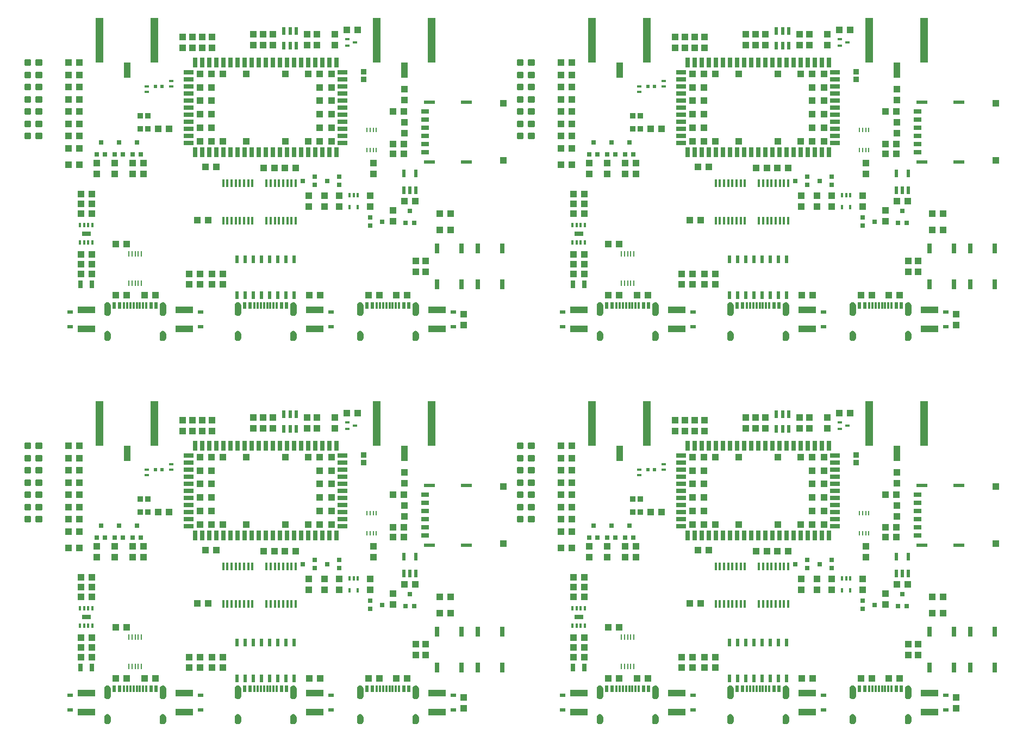
<source format=gtp>
G04 EAGLE Gerber RS-274X export*
G75*
%MOMM*%
%FSLAX34Y34*%
%LPD*%
%INSolderpaste Top*%
%IPPOS*%
%AMOC8*
5,1,8,0,0,1.08239X$1,22.5*%
G01*
%ADD10R,0.300000X1.000000*%
%ADD11R,0.600000X1.000000*%
%ADD12R,1.100000X1.000000*%
%ADD13R,1.375000X0.800000*%
%ADD14R,0.300000X0.650000*%
%ADD15R,0.762000X1.524000*%
%ADD16R,2.800000X1.000000*%
%ADD17C,0.300000*%
%ADD18R,1.000000X1.100000*%
%ADD19R,0.750000X1.550000*%
%ADD20R,1.550000X0.750000*%
%ADD21R,1.050000X1.050000*%
%ADD22R,1.300000X0.650000*%
%ADD23R,1.800000X0.480000*%
%ADD24R,1.000000X1.030000*%
%ADD25R,0.600000X1.200000*%
%ADD26R,0.660400X0.355600*%
%ADD27R,0.600000X0.600000*%
%ADD28R,0.850000X0.900000*%
%ADD29R,0.550000X1.200000*%
%ADD30R,0.900000X0.850000*%
%ADD31R,0.250000X0.750000*%
%ADD32R,0.700000X0.700000*%
%ADD33R,0.420000X0.700000*%
%ADD34R,0.650000X0.460000*%
%ADD35R,0.400000X1.300000*%
%ADD36R,0.400000X1.275000*%
%ADD37R,1.100000X2.400000*%
%ADD38R,1.250000X7.000000*%
%ADD39R,0.830000X0.630000*%
%ADD40R,0.250000X0.875000*%
%ADD41R,0.800000X1.200000*%

G36*
X1191080Y640851D02*
X1191080Y640851D01*
X1191081Y640851D01*
X1192149Y640870D01*
X1192156Y640875D01*
X1192160Y640871D01*
X1193197Y641127D01*
X1193202Y641134D01*
X1193208Y641131D01*
X1194162Y641612D01*
X1194166Y641619D01*
X1194171Y641618D01*
X1194995Y642299D01*
X1194996Y642307D01*
X1195002Y642307D01*
X1195653Y643154D01*
X1195653Y643162D01*
X1195659Y643163D01*
X1196106Y644134D01*
X1196104Y644142D01*
X1196109Y644144D01*
X1196328Y645190D01*
X1196325Y645197D01*
X1196329Y645200D01*
X1196329Y657200D01*
X1196326Y657205D01*
X1196329Y657208D01*
X1196149Y658303D01*
X1196143Y658309D01*
X1196146Y658314D01*
X1195727Y659342D01*
X1195720Y659346D01*
X1195722Y659351D01*
X1195085Y660260D01*
X1195077Y660263D01*
X1195077Y660268D01*
X1194254Y661012D01*
X1194246Y661013D01*
X1194245Y661019D01*
X1193277Y661561D01*
X1193268Y661560D01*
X1193266Y661566D01*
X1192202Y661879D01*
X1192197Y661877D01*
X1192193Y661877D01*
X1192191Y661881D01*
X1191083Y661949D01*
X1191077Y661945D01*
X1191073Y661949D01*
X1189965Y661779D01*
X1189959Y661773D01*
X1189954Y661776D01*
X1188912Y661364D01*
X1188908Y661357D01*
X1188903Y661359D01*
X1187978Y660725D01*
X1187976Y660717D01*
X1187970Y660718D01*
X1187210Y659895D01*
X1187209Y659886D01*
X1187203Y659886D01*
X1186646Y658914D01*
X1186647Y658906D01*
X1186641Y658904D01*
X1186314Y657832D01*
X1186317Y657824D01*
X1186312Y657821D01*
X1186231Y656704D01*
X1186232Y656701D01*
X1186231Y656700D01*
X1186231Y644700D01*
X1186236Y644693D01*
X1186232Y644689D01*
X1186451Y643745D01*
X1186457Y643739D01*
X1186455Y643734D01*
X1186879Y642862D01*
X1186886Y642859D01*
X1186884Y642853D01*
X1187491Y642097D01*
X1187499Y642095D01*
X1187499Y642089D01*
X1188259Y641488D01*
X1188268Y641488D01*
X1188269Y641482D01*
X1189144Y641064D01*
X1189152Y641066D01*
X1189154Y641061D01*
X1190100Y640849D01*
X1190107Y640852D01*
X1190111Y640847D01*
X1191080Y640851D01*
G37*
G36*
X614500Y43951D02*
X614500Y43951D01*
X614501Y43951D01*
X615569Y43970D01*
X615576Y43975D01*
X615580Y43971D01*
X616617Y44227D01*
X616622Y44234D01*
X616628Y44231D01*
X617582Y44712D01*
X617586Y44719D01*
X617591Y44718D01*
X618415Y45399D01*
X618416Y45407D01*
X618422Y45407D01*
X619073Y46254D01*
X619073Y46262D01*
X619079Y46263D01*
X619526Y47234D01*
X619524Y47242D01*
X619529Y47244D01*
X619748Y48290D01*
X619745Y48297D01*
X619749Y48300D01*
X619749Y60300D01*
X619746Y60305D01*
X619749Y60308D01*
X619569Y61403D01*
X619563Y61409D01*
X619566Y61414D01*
X619147Y62442D01*
X619140Y62446D01*
X619142Y62451D01*
X618505Y63360D01*
X618497Y63363D01*
X618497Y63368D01*
X617674Y64112D01*
X617666Y64113D01*
X617665Y64119D01*
X616697Y64661D01*
X616688Y64660D01*
X616686Y64666D01*
X615622Y64979D01*
X615617Y64977D01*
X615613Y64977D01*
X615611Y64981D01*
X614503Y65049D01*
X614497Y65045D01*
X614493Y65049D01*
X613385Y64879D01*
X613379Y64873D01*
X613374Y64876D01*
X612332Y64464D01*
X612328Y64457D01*
X612323Y64459D01*
X611398Y63825D01*
X611396Y63817D01*
X611390Y63818D01*
X610630Y62995D01*
X610629Y62986D01*
X610623Y62986D01*
X610066Y62014D01*
X610067Y62006D01*
X610061Y62004D01*
X609734Y60932D01*
X609737Y60924D01*
X609732Y60921D01*
X609651Y59804D01*
X609652Y59801D01*
X609651Y59800D01*
X609651Y47800D01*
X609656Y47793D01*
X609652Y47789D01*
X609871Y46845D01*
X609877Y46839D01*
X609875Y46834D01*
X610299Y45962D01*
X610306Y45959D01*
X610304Y45953D01*
X610911Y45197D01*
X610919Y45195D01*
X610919Y45189D01*
X611679Y44588D01*
X611688Y44588D01*
X611689Y44582D01*
X612564Y44164D01*
X612572Y44166D01*
X612574Y44161D01*
X613520Y43949D01*
X613527Y43952D01*
X613531Y43947D01*
X614500Y43951D01*
G37*
G36*
X220800Y43951D02*
X220800Y43951D01*
X220801Y43951D01*
X221869Y43970D01*
X221876Y43975D01*
X221880Y43971D01*
X222917Y44227D01*
X222922Y44234D01*
X222928Y44231D01*
X223882Y44712D01*
X223886Y44719D01*
X223891Y44718D01*
X224715Y45399D01*
X224716Y45407D01*
X224722Y45407D01*
X225373Y46254D01*
X225373Y46262D01*
X225379Y46263D01*
X225826Y47234D01*
X225824Y47242D01*
X225829Y47244D01*
X226048Y48290D01*
X226045Y48297D01*
X226049Y48300D01*
X226049Y60300D01*
X226046Y60305D01*
X226049Y60308D01*
X225869Y61403D01*
X225863Y61409D01*
X225866Y61414D01*
X225447Y62442D01*
X225440Y62446D01*
X225442Y62451D01*
X224805Y63360D01*
X224797Y63363D01*
X224797Y63368D01*
X223974Y64112D01*
X223966Y64113D01*
X223965Y64119D01*
X222997Y64661D01*
X222988Y64660D01*
X222986Y64666D01*
X221922Y64979D01*
X221917Y64977D01*
X221913Y64977D01*
X221911Y64981D01*
X220803Y65049D01*
X220797Y65045D01*
X220793Y65049D01*
X219685Y64879D01*
X219679Y64873D01*
X219674Y64876D01*
X218632Y64464D01*
X218628Y64457D01*
X218623Y64459D01*
X217698Y63825D01*
X217696Y63817D01*
X217690Y63818D01*
X216930Y62995D01*
X216929Y62986D01*
X216923Y62986D01*
X216366Y62014D01*
X216367Y62006D01*
X216361Y62004D01*
X216034Y60932D01*
X216037Y60924D01*
X216032Y60921D01*
X215951Y59804D01*
X215952Y59801D01*
X215951Y59800D01*
X215951Y47800D01*
X215956Y47793D01*
X215952Y47789D01*
X216171Y46845D01*
X216177Y46839D01*
X216175Y46834D01*
X216599Y45962D01*
X216606Y45959D01*
X216604Y45953D01*
X217211Y45197D01*
X217219Y45195D01*
X217219Y45189D01*
X217979Y44588D01*
X217988Y44588D01*
X217989Y44582D01*
X218864Y44164D01*
X218872Y44166D01*
X218874Y44161D01*
X219820Y43949D01*
X219827Y43952D01*
X219831Y43947D01*
X220800Y43951D01*
G37*
G36*
X424000Y43951D02*
X424000Y43951D01*
X424001Y43951D01*
X425069Y43970D01*
X425076Y43975D01*
X425080Y43971D01*
X426117Y44227D01*
X426122Y44234D01*
X426128Y44231D01*
X427082Y44712D01*
X427086Y44719D01*
X427091Y44718D01*
X427915Y45399D01*
X427916Y45407D01*
X427922Y45407D01*
X428573Y46254D01*
X428573Y46262D01*
X428579Y46263D01*
X429026Y47234D01*
X429024Y47242D01*
X429029Y47244D01*
X429248Y48290D01*
X429245Y48297D01*
X429249Y48300D01*
X429249Y60300D01*
X429246Y60305D01*
X429249Y60308D01*
X429069Y61403D01*
X429063Y61409D01*
X429066Y61414D01*
X428647Y62442D01*
X428640Y62446D01*
X428642Y62451D01*
X428005Y63360D01*
X427997Y63363D01*
X427997Y63368D01*
X427174Y64112D01*
X427166Y64113D01*
X427165Y64119D01*
X426197Y64661D01*
X426188Y64660D01*
X426186Y64666D01*
X425122Y64979D01*
X425117Y64977D01*
X425113Y64977D01*
X425111Y64981D01*
X424003Y65049D01*
X423997Y65045D01*
X423993Y65049D01*
X422885Y64879D01*
X422879Y64873D01*
X422874Y64876D01*
X421832Y64464D01*
X421828Y64457D01*
X421823Y64459D01*
X420898Y63825D01*
X420896Y63817D01*
X420890Y63818D01*
X420130Y62995D01*
X420129Y62986D01*
X420123Y62986D01*
X419566Y62014D01*
X419567Y62006D01*
X419561Y62004D01*
X419234Y60932D01*
X419237Y60924D01*
X419232Y60921D01*
X419151Y59804D01*
X419152Y59801D01*
X419151Y59800D01*
X419151Y47800D01*
X419156Y47793D01*
X419152Y47789D01*
X419371Y46845D01*
X419377Y46839D01*
X419375Y46834D01*
X419799Y45962D01*
X419806Y45959D01*
X419804Y45953D01*
X420411Y45197D01*
X420419Y45195D01*
X420419Y45189D01*
X421179Y44588D01*
X421188Y44588D01*
X421189Y44582D01*
X422064Y44164D01*
X422072Y44166D01*
X422074Y44161D01*
X423020Y43949D01*
X423027Y43952D01*
X423031Y43947D01*
X424000Y43951D01*
G37*
G36*
X1191080Y43951D02*
X1191080Y43951D01*
X1191081Y43951D01*
X1192149Y43970D01*
X1192156Y43975D01*
X1192160Y43971D01*
X1193197Y44227D01*
X1193202Y44234D01*
X1193208Y44231D01*
X1194162Y44712D01*
X1194166Y44719D01*
X1194171Y44718D01*
X1194995Y45399D01*
X1194996Y45407D01*
X1195002Y45407D01*
X1195653Y46254D01*
X1195653Y46262D01*
X1195659Y46263D01*
X1196106Y47234D01*
X1196104Y47242D01*
X1196109Y47244D01*
X1196328Y48290D01*
X1196325Y48297D01*
X1196329Y48300D01*
X1196329Y60300D01*
X1196326Y60305D01*
X1196329Y60308D01*
X1196149Y61403D01*
X1196143Y61409D01*
X1196146Y61414D01*
X1195727Y62442D01*
X1195720Y62446D01*
X1195722Y62451D01*
X1195085Y63360D01*
X1195077Y63363D01*
X1195077Y63368D01*
X1194254Y64112D01*
X1194246Y64113D01*
X1194245Y64119D01*
X1193277Y64661D01*
X1193268Y64660D01*
X1193266Y64666D01*
X1192202Y64979D01*
X1192197Y64977D01*
X1192193Y64977D01*
X1192191Y64981D01*
X1191083Y65049D01*
X1191077Y65045D01*
X1191073Y65049D01*
X1189965Y64879D01*
X1189959Y64873D01*
X1189954Y64876D01*
X1188912Y64464D01*
X1188908Y64457D01*
X1188903Y64459D01*
X1187978Y63825D01*
X1187976Y63817D01*
X1187970Y63818D01*
X1187210Y62995D01*
X1187209Y62986D01*
X1187203Y62986D01*
X1186646Y62014D01*
X1186647Y62006D01*
X1186641Y62004D01*
X1186314Y60932D01*
X1186317Y60924D01*
X1186312Y60921D01*
X1186231Y59804D01*
X1186232Y59801D01*
X1186231Y59800D01*
X1186231Y47800D01*
X1186236Y47793D01*
X1186232Y47789D01*
X1186451Y46845D01*
X1186457Y46839D01*
X1186455Y46834D01*
X1186879Y45962D01*
X1186886Y45959D01*
X1186884Y45953D01*
X1187491Y45197D01*
X1187499Y45195D01*
X1187499Y45189D01*
X1188259Y44588D01*
X1188268Y44588D01*
X1188269Y44582D01*
X1189144Y44164D01*
X1189152Y44166D01*
X1189154Y44161D01*
X1190100Y43949D01*
X1190107Y43952D01*
X1190111Y43947D01*
X1191080Y43951D01*
G37*
G36*
X987880Y43951D02*
X987880Y43951D01*
X987881Y43951D01*
X988949Y43970D01*
X988956Y43975D01*
X988960Y43971D01*
X989997Y44227D01*
X990002Y44234D01*
X990008Y44231D01*
X990962Y44712D01*
X990966Y44719D01*
X990971Y44718D01*
X991795Y45399D01*
X991796Y45407D01*
X991802Y45407D01*
X992453Y46254D01*
X992453Y46262D01*
X992459Y46263D01*
X992906Y47234D01*
X992904Y47242D01*
X992909Y47244D01*
X993128Y48290D01*
X993125Y48297D01*
X993129Y48300D01*
X993129Y60300D01*
X993126Y60305D01*
X993129Y60308D01*
X992949Y61403D01*
X992943Y61409D01*
X992946Y61414D01*
X992527Y62442D01*
X992520Y62446D01*
X992522Y62451D01*
X991885Y63360D01*
X991877Y63363D01*
X991877Y63368D01*
X991054Y64112D01*
X991046Y64113D01*
X991045Y64119D01*
X990077Y64661D01*
X990068Y64660D01*
X990066Y64666D01*
X989002Y64979D01*
X988997Y64977D01*
X988993Y64977D01*
X988991Y64981D01*
X987883Y65049D01*
X987877Y65045D01*
X987873Y65049D01*
X986765Y64879D01*
X986759Y64873D01*
X986754Y64876D01*
X985712Y64464D01*
X985708Y64457D01*
X985703Y64459D01*
X984778Y63825D01*
X984776Y63817D01*
X984770Y63818D01*
X984010Y62995D01*
X984009Y62986D01*
X984003Y62986D01*
X983446Y62014D01*
X983447Y62006D01*
X983441Y62004D01*
X983114Y60932D01*
X983117Y60924D01*
X983112Y60921D01*
X983031Y59804D01*
X983032Y59801D01*
X983031Y59800D01*
X983031Y47800D01*
X983036Y47793D01*
X983032Y47789D01*
X983251Y46845D01*
X983257Y46839D01*
X983255Y46834D01*
X983679Y45962D01*
X983686Y45959D01*
X983684Y45953D01*
X984291Y45197D01*
X984299Y45195D01*
X984299Y45189D01*
X985059Y44588D01*
X985068Y44588D01*
X985069Y44582D01*
X985944Y44164D01*
X985952Y44166D01*
X985954Y44161D01*
X986900Y43949D01*
X986907Y43952D01*
X986911Y43947D01*
X987880Y43951D01*
G37*
G36*
X1381580Y43951D02*
X1381580Y43951D01*
X1381581Y43951D01*
X1382649Y43970D01*
X1382656Y43975D01*
X1382660Y43971D01*
X1383697Y44227D01*
X1383702Y44234D01*
X1383708Y44231D01*
X1384662Y44712D01*
X1384666Y44719D01*
X1384671Y44718D01*
X1385495Y45399D01*
X1385496Y45407D01*
X1385502Y45407D01*
X1386153Y46254D01*
X1386153Y46262D01*
X1386159Y46263D01*
X1386606Y47234D01*
X1386604Y47242D01*
X1386609Y47244D01*
X1386828Y48290D01*
X1386825Y48297D01*
X1386829Y48300D01*
X1386829Y60300D01*
X1386826Y60305D01*
X1386829Y60308D01*
X1386649Y61403D01*
X1386643Y61409D01*
X1386646Y61414D01*
X1386227Y62442D01*
X1386220Y62446D01*
X1386222Y62451D01*
X1385585Y63360D01*
X1385577Y63363D01*
X1385577Y63368D01*
X1384754Y64112D01*
X1384746Y64113D01*
X1384745Y64119D01*
X1383777Y64661D01*
X1383768Y64660D01*
X1383766Y64666D01*
X1382702Y64979D01*
X1382697Y64977D01*
X1382693Y64977D01*
X1382691Y64981D01*
X1381583Y65049D01*
X1381577Y65045D01*
X1381573Y65049D01*
X1380465Y64879D01*
X1380459Y64873D01*
X1380454Y64876D01*
X1379412Y64464D01*
X1379408Y64457D01*
X1379403Y64459D01*
X1378478Y63825D01*
X1378476Y63817D01*
X1378470Y63818D01*
X1377710Y62995D01*
X1377709Y62986D01*
X1377703Y62986D01*
X1377146Y62014D01*
X1377147Y62006D01*
X1377141Y62004D01*
X1376814Y60932D01*
X1376817Y60924D01*
X1376812Y60921D01*
X1376731Y59804D01*
X1376732Y59801D01*
X1376731Y59800D01*
X1376731Y47800D01*
X1376736Y47793D01*
X1376732Y47789D01*
X1376951Y46845D01*
X1376957Y46839D01*
X1376955Y46834D01*
X1377379Y45962D01*
X1377386Y45959D01*
X1377384Y45953D01*
X1377991Y45197D01*
X1377999Y45195D01*
X1377999Y45189D01*
X1378759Y44588D01*
X1378768Y44588D01*
X1378769Y44582D01*
X1379644Y44164D01*
X1379652Y44166D01*
X1379654Y44161D01*
X1380600Y43949D01*
X1380607Y43952D01*
X1380611Y43947D01*
X1381580Y43951D01*
G37*
G36*
X987880Y640851D02*
X987880Y640851D01*
X987881Y640851D01*
X988949Y640870D01*
X988956Y640875D01*
X988960Y640871D01*
X989997Y641127D01*
X990002Y641134D01*
X990008Y641131D01*
X990962Y641612D01*
X990966Y641619D01*
X990971Y641618D01*
X991795Y642299D01*
X991796Y642307D01*
X991802Y642307D01*
X992453Y643154D01*
X992453Y643162D01*
X992459Y643163D01*
X992906Y644134D01*
X992904Y644142D01*
X992909Y644144D01*
X993128Y645190D01*
X993125Y645197D01*
X993129Y645200D01*
X993129Y657200D01*
X993126Y657205D01*
X993129Y657208D01*
X992949Y658303D01*
X992943Y658309D01*
X992946Y658314D01*
X992527Y659342D01*
X992520Y659346D01*
X992522Y659351D01*
X991885Y660260D01*
X991877Y660263D01*
X991877Y660268D01*
X991054Y661012D01*
X991046Y661013D01*
X991045Y661019D01*
X990077Y661561D01*
X990068Y661560D01*
X990066Y661566D01*
X989002Y661879D01*
X988997Y661877D01*
X988993Y661877D01*
X988991Y661881D01*
X987883Y661949D01*
X987877Y661945D01*
X987873Y661949D01*
X986765Y661779D01*
X986759Y661773D01*
X986754Y661776D01*
X985712Y661364D01*
X985708Y661357D01*
X985703Y661359D01*
X984778Y660725D01*
X984776Y660717D01*
X984770Y660718D01*
X984010Y659895D01*
X984009Y659886D01*
X984003Y659886D01*
X983446Y658914D01*
X983447Y658906D01*
X983441Y658904D01*
X983114Y657832D01*
X983117Y657824D01*
X983112Y657821D01*
X983031Y656704D01*
X983032Y656701D01*
X983031Y656700D01*
X983031Y644700D01*
X983036Y644693D01*
X983032Y644689D01*
X983251Y643745D01*
X983257Y643739D01*
X983255Y643734D01*
X983679Y642862D01*
X983686Y642859D01*
X983684Y642853D01*
X984291Y642097D01*
X984299Y642095D01*
X984299Y642089D01*
X985059Y641488D01*
X985068Y641488D01*
X985069Y641482D01*
X985944Y641064D01*
X985952Y641066D01*
X985954Y641061D01*
X986900Y640849D01*
X986907Y640852D01*
X986911Y640847D01*
X987880Y640851D01*
G37*
G36*
X614500Y640851D02*
X614500Y640851D01*
X614501Y640851D01*
X615569Y640870D01*
X615576Y640875D01*
X615580Y640871D01*
X616617Y641127D01*
X616622Y641134D01*
X616628Y641131D01*
X617582Y641612D01*
X617586Y641619D01*
X617591Y641618D01*
X618415Y642299D01*
X618416Y642307D01*
X618422Y642307D01*
X619073Y643154D01*
X619073Y643162D01*
X619079Y643163D01*
X619526Y644134D01*
X619524Y644142D01*
X619529Y644144D01*
X619748Y645190D01*
X619745Y645197D01*
X619749Y645200D01*
X619749Y657200D01*
X619746Y657205D01*
X619749Y657208D01*
X619569Y658303D01*
X619563Y658309D01*
X619566Y658314D01*
X619147Y659342D01*
X619140Y659346D01*
X619142Y659351D01*
X618505Y660260D01*
X618497Y660263D01*
X618497Y660268D01*
X617674Y661012D01*
X617666Y661013D01*
X617665Y661019D01*
X616697Y661561D01*
X616688Y661560D01*
X616686Y661566D01*
X615622Y661879D01*
X615617Y661877D01*
X615613Y661877D01*
X615611Y661881D01*
X614503Y661949D01*
X614497Y661945D01*
X614493Y661949D01*
X613385Y661779D01*
X613379Y661773D01*
X613374Y661776D01*
X612332Y661364D01*
X612328Y661357D01*
X612323Y661359D01*
X611398Y660725D01*
X611396Y660717D01*
X611390Y660718D01*
X610630Y659895D01*
X610629Y659886D01*
X610623Y659886D01*
X610066Y658914D01*
X610067Y658906D01*
X610061Y658904D01*
X609734Y657832D01*
X609737Y657824D01*
X609732Y657821D01*
X609651Y656704D01*
X609652Y656701D01*
X609651Y656700D01*
X609651Y644700D01*
X609656Y644693D01*
X609652Y644689D01*
X609871Y643745D01*
X609877Y643739D01*
X609875Y643734D01*
X610299Y642862D01*
X610306Y642859D01*
X610304Y642853D01*
X610911Y642097D01*
X610919Y642095D01*
X610919Y642089D01*
X611679Y641488D01*
X611688Y641488D01*
X611689Y641482D01*
X612564Y641064D01*
X612572Y641066D01*
X612574Y641061D01*
X613520Y640849D01*
X613527Y640852D01*
X613531Y640847D01*
X614500Y640851D01*
G37*
G36*
X1381580Y640851D02*
X1381580Y640851D01*
X1381581Y640851D01*
X1382649Y640870D01*
X1382656Y640875D01*
X1382660Y640871D01*
X1383697Y641127D01*
X1383702Y641134D01*
X1383708Y641131D01*
X1384662Y641612D01*
X1384666Y641619D01*
X1384671Y641618D01*
X1385495Y642299D01*
X1385496Y642307D01*
X1385502Y642307D01*
X1386153Y643154D01*
X1386153Y643162D01*
X1386159Y643163D01*
X1386606Y644134D01*
X1386604Y644142D01*
X1386609Y644144D01*
X1386828Y645190D01*
X1386825Y645197D01*
X1386829Y645200D01*
X1386829Y657200D01*
X1386826Y657205D01*
X1386829Y657208D01*
X1386649Y658303D01*
X1386643Y658309D01*
X1386646Y658314D01*
X1386227Y659342D01*
X1386220Y659346D01*
X1386222Y659351D01*
X1385585Y660260D01*
X1385577Y660263D01*
X1385577Y660268D01*
X1384754Y661012D01*
X1384746Y661013D01*
X1384745Y661019D01*
X1383777Y661561D01*
X1383768Y661560D01*
X1383766Y661566D01*
X1382702Y661879D01*
X1382697Y661877D01*
X1382693Y661877D01*
X1382691Y661881D01*
X1381583Y661949D01*
X1381577Y661945D01*
X1381573Y661949D01*
X1380465Y661779D01*
X1380459Y661773D01*
X1380454Y661776D01*
X1379412Y661364D01*
X1379408Y661357D01*
X1379403Y661359D01*
X1378478Y660725D01*
X1378476Y660717D01*
X1378470Y660718D01*
X1377710Y659895D01*
X1377709Y659886D01*
X1377703Y659886D01*
X1377146Y658914D01*
X1377147Y658906D01*
X1377141Y658904D01*
X1376814Y657832D01*
X1376817Y657824D01*
X1376812Y657821D01*
X1376731Y656704D01*
X1376732Y656701D01*
X1376731Y656700D01*
X1376731Y644700D01*
X1376736Y644693D01*
X1376732Y644689D01*
X1376951Y643745D01*
X1376957Y643739D01*
X1376955Y643734D01*
X1377379Y642862D01*
X1377386Y642859D01*
X1377384Y642853D01*
X1377991Y642097D01*
X1377999Y642095D01*
X1377999Y642089D01*
X1378759Y641488D01*
X1378768Y641488D01*
X1378769Y641482D01*
X1379644Y641064D01*
X1379652Y641066D01*
X1379654Y641061D01*
X1380600Y640849D01*
X1380607Y640852D01*
X1380611Y640847D01*
X1381580Y640851D01*
G37*
G36*
X220800Y640851D02*
X220800Y640851D01*
X220801Y640851D01*
X221869Y640870D01*
X221876Y640875D01*
X221880Y640871D01*
X222917Y641127D01*
X222922Y641134D01*
X222928Y641131D01*
X223882Y641612D01*
X223886Y641619D01*
X223891Y641618D01*
X224715Y642299D01*
X224716Y642307D01*
X224722Y642307D01*
X225373Y643154D01*
X225373Y643162D01*
X225379Y643163D01*
X225826Y644134D01*
X225824Y644142D01*
X225829Y644144D01*
X226048Y645190D01*
X226045Y645197D01*
X226049Y645200D01*
X226049Y657200D01*
X226046Y657205D01*
X226049Y657208D01*
X225869Y658303D01*
X225863Y658309D01*
X225866Y658314D01*
X225447Y659342D01*
X225440Y659346D01*
X225442Y659351D01*
X224805Y660260D01*
X224797Y660263D01*
X224797Y660268D01*
X223974Y661012D01*
X223966Y661013D01*
X223965Y661019D01*
X222997Y661561D01*
X222988Y661560D01*
X222986Y661566D01*
X221922Y661879D01*
X221917Y661877D01*
X221913Y661877D01*
X221911Y661881D01*
X220803Y661949D01*
X220797Y661945D01*
X220793Y661949D01*
X219685Y661779D01*
X219679Y661773D01*
X219674Y661776D01*
X218632Y661364D01*
X218628Y661357D01*
X218623Y661359D01*
X217698Y660725D01*
X217696Y660717D01*
X217690Y660718D01*
X216930Y659895D01*
X216929Y659886D01*
X216923Y659886D01*
X216366Y658914D01*
X216367Y658906D01*
X216361Y658904D01*
X216034Y657832D01*
X216037Y657824D01*
X216032Y657821D01*
X215951Y656704D01*
X215952Y656701D01*
X215951Y656700D01*
X215951Y644700D01*
X215956Y644693D01*
X215952Y644689D01*
X216171Y643745D01*
X216177Y643739D01*
X216175Y643734D01*
X216599Y642862D01*
X216606Y642859D01*
X216604Y642853D01*
X217211Y642097D01*
X217219Y642095D01*
X217219Y642089D01*
X217979Y641488D01*
X217988Y641488D01*
X217989Y641482D01*
X218864Y641064D01*
X218872Y641066D01*
X218874Y641061D01*
X219820Y640849D01*
X219827Y640852D01*
X219831Y640847D01*
X220800Y640851D01*
G37*
G36*
X424000Y640851D02*
X424000Y640851D01*
X424001Y640851D01*
X425069Y640870D01*
X425076Y640875D01*
X425080Y640871D01*
X426117Y641127D01*
X426122Y641134D01*
X426128Y641131D01*
X427082Y641612D01*
X427086Y641619D01*
X427091Y641618D01*
X427915Y642299D01*
X427916Y642307D01*
X427922Y642307D01*
X428573Y643154D01*
X428573Y643162D01*
X428579Y643163D01*
X429026Y644134D01*
X429024Y644142D01*
X429029Y644144D01*
X429248Y645190D01*
X429245Y645197D01*
X429249Y645200D01*
X429249Y657200D01*
X429246Y657205D01*
X429249Y657208D01*
X429069Y658303D01*
X429063Y658309D01*
X429066Y658314D01*
X428647Y659342D01*
X428640Y659346D01*
X428642Y659351D01*
X428005Y660260D01*
X427997Y660263D01*
X427997Y660268D01*
X427174Y661012D01*
X427166Y661013D01*
X427165Y661019D01*
X426197Y661561D01*
X426188Y661560D01*
X426186Y661566D01*
X425122Y661879D01*
X425117Y661877D01*
X425113Y661877D01*
X425111Y661881D01*
X424003Y661949D01*
X423997Y661945D01*
X423993Y661949D01*
X422885Y661779D01*
X422879Y661773D01*
X422874Y661776D01*
X421832Y661364D01*
X421828Y661357D01*
X421823Y661359D01*
X420898Y660725D01*
X420896Y660717D01*
X420890Y660718D01*
X420130Y659895D01*
X420129Y659886D01*
X420123Y659886D01*
X419566Y658914D01*
X419567Y658906D01*
X419561Y658904D01*
X419234Y657832D01*
X419237Y657824D01*
X419232Y657821D01*
X419151Y656704D01*
X419152Y656701D01*
X419151Y656700D01*
X419151Y644700D01*
X419156Y644693D01*
X419152Y644689D01*
X419371Y643745D01*
X419377Y643739D01*
X419375Y643734D01*
X419799Y642862D01*
X419806Y642859D01*
X419804Y642853D01*
X420411Y642097D01*
X420419Y642095D01*
X420419Y642089D01*
X421179Y641488D01*
X421188Y641488D01*
X421189Y641482D01*
X422064Y641064D01*
X422072Y641066D01*
X422074Y641061D01*
X423020Y640849D01*
X423027Y640852D01*
X423031Y640847D01*
X424000Y640851D01*
G37*
G36*
X1296161Y640860D02*
X1296161Y640860D01*
X1296168Y640865D01*
X1296172Y640861D01*
X1297224Y641111D01*
X1297229Y641117D01*
X1297234Y641114D01*
X1298204Y641591D01*
X1298207Y641599D01*
X1298213Y641597D01*
X1299052Y642278D01*
X1299054Y642286D01*
X1299060Y642286D01*
X1299726Y643137D01*
X1299727Y643145D01*
X1299732Y643146D01*
X1300193Y644123D01*
X1300191Y644131D01*
X1300197Y644134D01*
X1300428Y645189D01*
X1300425Y645197D01*
X1300429Y645200D01*
X1300429Y657200D01*
X1300425Y657205D01*
X1300429Y657208D01*
X1300236Y658314D01*
X1300230Y658319D01*
X1300233Y658324D01*
X1299800Y659359D01*
X1299793Y659363D01*
X1299795Y659368D01*
X1299142Y660281D01*
X1299134Y660283D01*
X1299135Y660289D01*
X1298296Y661033D01*
X1298287Y661034D01*
X1298287Y661039D01*
X1297303Y661578D01*
X1297295Y661577D01*
X1297293Y661582D01*
X1296214Y661889D01*
X1296206Y661886D01*
X1296203Y661891D01*
X1295083Y661949D01*
X1295078Y661946D01*
X1295075Y661949D01*
X1294029Y661831D01*
X1294023Y661825D01*
X1294018Y661829D01*
X1293024Y661481D01*
X1293020Y661474D01*
X1293015Y661476D01*
X1292123Y660916D01*
X1292121Y660909D01*
X1292115Y660909D01*
X1291371Y660165D01*
X1291369Y660157D01*
X1291364Y660157D01*
X1290804Y659265D01*
X1290804Y659257D01*
X1290799Y659256D01*
X1290451Y658262D01*
X1290454Y658254D01*
X1290449Y658251D01*
X1290331Y657206D01*
X1290333Y657202D01*
X1290331Y657200D01*
X1290331Y645200D01*
X1290334Y645195D01*
X1290331Y645192D01*
X1290489Y644196D01*
X1290495Y644190D01*
X1290492Y644185D01*
X1290867Y643249D01*
X1290874Y643245D01*
X1290872Y643239D01*
X1291446Y642410D01*
X1291454Y642407D01*
X1291453Y642402D01*
X1292197Y641721D01*
X1292206Y641720D01*
X1292206Y641714D01*
X1293083Y641216D01*
X1293092Y641217D01*
X1293094Y641212D01*
X1294059Y640921D01*
X1294067Y640924D01*
X1294070Y640919D01*
X1295077Y640851D01*
X1295079Y640852D01*
X1295080Y640851D01*
X1296161Y640860D01*
G37*
G36*
X529081Y640860D02*
X529081Y640860D01*
X529088Y640865D01*
X529092Y640861D01*
X530144Y641111D01*
X530149Y641117D01*
X530154Y641114D01*
X531124Y641591D01*
X531127Y641599D01*
X531133Y641597D01*
X531972Y642278D01*
X531974Y642286D01*
X531980Y642286D01*
X532646Y643137D01*
X532647Y643145D01*
X532652Y643146D01*
X533113Y644123D01*
X533111Y644131D01*
X533117Y644134D01*
X533348Y645189D01*
X533345Y645197D01*
X533349Y645200D01*
X533349Y657200D01*
X533345Y657205D01*
X533349Y657208D01*
X533156Y658314D01*
X533150Y658319D01*
X533153Y658324D01*
X532720Y659359D01*
X532713Y659363D01*
X532715Y659368D01*
X532062Y660281D01*
X532054Y660283D01*
X532055Y660289D01*
X531216Y661033D01*
X531207Y661034D01*
X531207Y661039D01*
X530223Y661578D01*
X530215Y661577D01*
X530213Y661582D01*
X529134Y661889D01*
X529126Y661886D01*
X529123Y661891D01*
X528003Y661949D01*
X527998Y661946D01*
X527995Y661949D01*
X526949Y661831D01*
X526943Y661825D01*
X526938Y661829D01*
X525944Y661481D01*
X525940Y661474D01*
X525935Y661476D01*
X525043Y660916D01*
X525041Y660909D01*
X525035Y660909D01*
X524291Y660165D01*
X524289Y660157D01*
X524284Y660157D01*
X523724Y659265D01*
X523724Y659257D01*
X523719Y659256D01*
X523371Y658262D01*
X523374Y658254D01*
X523369Y658251D01*
X523251Y657206D01*
X523253Y657202D01*
X523251Y657200D01*
X523251Y645200D01*
X523254Y645195D01*
X523251Y645192D01*
X523409Y644196D01*
X523415Y644190D01*
X523412Y644185D01*
X523787Y643249D01*
X523794Y643245D01*
X523792Y643239D01*
X524366Y642410D01*
X524374Y642407D01*
X524373Y642402D01*
X525117Y641721D01*
X525126Y641720D01*
X525126Y641714D01*
X526003Y641216D01*
X526012Y641217D01*
X526014Y641212D01*
X526979Y640921D01*
X526987Y640924D01*
X526990Y640919D01*
X527997Y640851D01*
X527999Y640852D01*
X528000Y640851D01*
X529081Y640860D01*
G37*
G36*
X1105661Y640860D02*
X1105661Y640860D01*
X1105668Y640865D01*
X1105672Y640861D01*
X1106724Y641111D01*
X1106729Y641117D01*
X1106734Y641114D01*
X1107704Y641591D01*
X1107707Y641599D01*
X1107713Y641597D01*
X1108552Y642278D01*
X1108554Y642286D01*
X1108560Y642286D01*
X1109226Y643137D01*
X1109227Y643145D01*
X1109232Y643146D01*
X1109693Y644123D01*
X1109691Y644131D01*
X1109697Y644134D01*
X1109928Y645189D01*
X1109925Y645197D01*
X1109929Y645200D01*
X1109929Y657200D01*
X1109925Y657205D01*
X1109929Y657208D01*
X1109736Y658314D01*
X1109730Y658319D01*
X1109733Y658324D01*
X1109300Y659359D01*
X1109293Y659363D01*
X1109295Y659368D01*
X1108642Y660281D01*
X1108634Y660283D01*
X1108635Y660289D01*
X1107796Y661033D01*
X1107787Y661034D01*
X1107787Y661039D01*
X1106803Y661578D01*
X1106795Y661577D01*
X1106793Y661582D01*
X1105714Y661889D01*
X1105706Y661886D01*
X1105703Y661891D01*
X1104583Y661949D01*
X1104578Y661946D01*
X1104575Y661949D01*
X1103529Y661831D01*
X1103523Y661825D01*
X1103518Y661829D01*
X1102524Y661481D01*
X1102520Y661474D01*
X1102515Y661476D01*
X1101623Y660916D01*
X1101621Y660909D01*
X1101615Y660909D01*
X1100871Y660165D01*
X1100869Y660157D01*
X1100864Y660157D01*
X1100304Y659265D01*
X1100304Y659257D01*
X1100299Y659256D01*
X1099951Y658262D01*
X1099954Y658254D01*
X1099949Y658251D01*
X1099831Y657206D01*
X1099833Y657202D01*
X1099831Y657200D01*
X1099831Y645200D01*
X1099834Y645195D01*
X1099831Y645192D01*
X1099989Y644196D01*
X1099995Y644190D01*
X1099992Y644185D01*
X1100367Y643249D01*
X1100374Y643245D01*
X1100372Y643239D01*
X1100946Y642410D01*
X1100954Y642407D01*
X1100953Y642402D01*
X1101697Y641721D01*
X1101706Y641720D01*
X1101706Y641714D01*
X1102583Y641216D01*
X1102592Y641217D01*
X1102594Y641212D01*
X1103559Y640921D01*
X1103567Y640924D01*
X1103570Y640919D01*
X1104577Y640851D01*
X1104579Y640852D01*
X1104580Y640851D01*
X1105661Y640860D01*
G37*
G36*
X135381Y640860D02*
X135381Y640860D01*
X135388Y640865D01*
X135392Y640861D01*
X136444Y641111D01*
X136449Y641117D01*
X136454Y641114D01*
X137424Y641591D01*
X137427Y641599D01*
X137433Y641597D01*
X138272Y642278D01*
X138274Y642286D01*
X138280Y642286D01*
X138946Y643137D01*
X138947Y643145D01*
X138952Y643146D01*
X139413Y644123D01*
X139411Y644131D01*
X139417Y644134D01*
X139648Y645189D01*
X139645Y645197D01*
X139649Y645200D01*
X139649Y657200D01*
X139645Y657205D01*
X139649Y657208D01*
X139456Y658314D01*
X139450Y658319D01*
X139453Y658324D01*
X139020Y659359D01*
X139013Y659363D01*
X139015Y659368D01*
X138362Y660281D01*
X138354Y660283D01*
X138355Y660289D01*
X137516Y661033D01*
X137507Y661034D01*
X137507Y661039D01*
X136523Y661578D01*
X136515Y661577D01*
X136513Y661582D01*
X135434Y661889D01*
X135426Y661886D01*
X135423Y661891D01*
X134303Y661949D01*
X134298Y661946D01*
X134295Y661949D01*
X133249Y661831D01*
X133243Y661825D01*
X133238Y661829D01*
X132244Y661481D01*
X132240Y661474D01*
X132235Y661476D01*
X131343Y660916D01*
X131341Y660909D01*
X131335Y660909D01*
X130591Y660165D01*
X130589Y660157D01*
X130584Y660157D01*
X130024Y659265D01*
X130024Y659257D01*
X130019Y659256D01*
X129671Y658262D01*
X129674Y658254D01*
X129669Y658251D01*
X129551Y657206D01*
X129553Y657202D01*
X129551Y657200D01*
X129551Y645200D01*
X129554Y645195D01*
X129551Y645192D01*
X129709Y644196D01*
X129715Y644190D01*
X129712Y644185D01*
X130087Y643249D01*
X130094Y643245D01*
X130092Y643239D01*
X130666Y642410D01*
X130674Y642407D01*
X130673Y642402D01*
X131417Y641721D01*
X131426Y641720D01*
X131426Y641714D01*
X132303Y641216D01*
X132312Y641217D01*
X132314Y641212D01*
X133279Y640921D01*
X133287Y640924D01*
X133290Y640919D01*
X134297Y640851D01*
X134299Y640852D01*
X134300Y640851D01*
X135381Y640860D01*
G37*
G36*
X338581Y640860D02*
X338581Y640860D01*
X338588Y640865D01*
X338592Y640861D01*
X339644Y641111D01*
X339649Y641117D01*
X339654Y641114D01*
X340624Y641591D01*
X340627Y641599D01*
X340633Y641597D01*
X341472Y642278D01*
X341474Y642286D01*
X341480Y642286D01*
X342146Y643137D01*
X342147Y643145D01*
X342152Y643146D01*
X342613Y644123D01*
X342611Y644131D01*
X342617Y644134D01*
X342848Y645189D01*
X342845Y645197D01*
X342849Y645200D01*
X342849Y657200D01*
X342845Y657205D01*
X342849Y657208D01*
X342656Y658314D01*
X342650Y658319D01*
X342653Y658324D01*
X342220Y659359D01*
X342213Y659363D01*
X342215Y659368D01*
X341562Y660281D01*
X341554Y660283D01*
X341555Y660289D01*
X340716Y661033D01*
X340707Y661034D01*
X340707Y661039D01*
X339723Y661578D01*
X339715Y661577D01*
X339713Y661582D01*
X338634Y661889D01*
X338626Y661886D01*
X338623Y661891D01*
X337503Y661949D01*
X337498Y661946D01*
X337495Y661949D01*
X336449Y661831D01*
X336443Y661825D01*
X336438Y661829D01*
X335444Y661481D01*
X335440Y661474D01*
X335435Y661476D01*
X334543Y660916D01*
X334541Y660909D01*
X334535Y660909D01*
X333791Y660165D01*
X333789Y660157D01*
X333784Y660157D01*
X333224Y659265D01*
X333224Y659257D01*
X333219Y659256D01*
X332871Y658262D01*
X332874Y658254D01*
X332869Y658251D01*
X332751Y657206D01*
X332753Y657202D01*
X332751Y657200D01*
X332751Y645200D01*
X332754Y645195D01*
X332751Y645192D01*
X332909Y644196D01*
X332915Y644190D01*
X332912Y644185D01*
X333287Y643249D01*
X333294Y643245D01*
X333292Y643239D01*
X333866Y642410D01*
X333874Y642407D01*
X333873Y642402D01*
X334617Y641721D01*
X334626Y641720D01*
X334626Y641714D01*
X335503Y641216D01*
X335512Y641217D01*
X335514Y641212D01*
X336479Y640921D01*
X336487Y640924D01*
X336490Y640919D01*
X337497Y640851D01*
X337499Y640852D01*
X337500Y640851D01*
X338581Y640860D01*
G37*
G36*
X902461Y640860D02*
X902461Y640860D01*
X902468Y640865D01*
X902472Y640861D01*
X903524Y641111D01*
X903529Y641117D01*
X903534Y641114D01*
X904504Y641591D01*
X904507Y641599D01*
X904513Y641597D01*
X905352Y642278D01*
X905354Y642286D01*
X905360Y642286D01*
X906026Y643137D01*
X906027Y643145D01*
X906032Y643146D01*
X906493Y644123D01*
X906491Y644131D01*
X906497Y644134D01*
X906728Y645189D01*
X906725Y645197D01*
X906729Y645200D01*
X906729Y657200D01*
X906725Y657205D01*
X906729Y657208D01*
X906536Y658314D01*
X906530Y658319D01*
X906533Y658324D01*
X906100Y659359D01*
X906093Y659363D01*
X906095Y659368D01*
X905442Y660281D01*
X905434Y660283D01*
X905435Y660289D01*
X904596Y661033D01*
X904587Y661034D01*
X904587Y661039D01*
X903603Y661578D01*
X903595Y661577D01*
X903593Y661582D01*
X902514Y661889D01*
X902506Y661886D01*
X902503Y661891D01*
X901383Y661949D01*
X901378Y661946D01*
X901375Y661949D01*
X900329Y661831D01*
X900323Y661825D01*
X900318Y661829D01*
X899324Y661481D01*
X899320Y661474D01*
X899315Y661476D01*
X898423Y660916D01*
X898421Y660909D01*
X898415Y660909D01*
X897671Y660165D01*
X897669Y660157D01*
X897664Y660157D01*
X897104Y659265D01*
X897104Y659257D01*
X897099Y659256D01*
X896751Y658262D01*
X896754Y658254D01*
X896749Y658251D01*
X896631Y657206D01*
X896633Y657202D01*
X896631Y657200D01*
X896631Y645200D01*
X896634Y645195D01*
X896631Y645192D01*
X896789Y644196D01*
X896795Y644190D01*
X896792Y644185D01*
X897167Y643249D01*
X897174Y643245D01*
X897172Y643239D01*
X897746Y642410D01*
X897754Y642407D01*
X897753Y642402D01*
X898497Y641721D01*
X898506Y641720D01*
X898506Y641714D01*
X899383Y641216D01*
X899392Y641217D01*
X899394Y641212D01*
X900359Y640921D01*
X900367Y640924D01*
X900370Y640919D01*
X901377Y640851D01*
X901379Y640852D01*
X901380Y640851D01*
X902461Y640860D01*
G37*
G36*
X338581Y43960D02*
X338581Y43960D01*
X338588Y43965D01*
X338592Y43961D01*
X339644Y44211D01*
X339649Y44217D01*
X339654Y44214D01*
X340624Y44691D01*
X340627Y44699D01*
X340633Y44697D01*
X341472Y45378D01*
X341474Y45386D01*
X341480Y45386D01*
X342146Y46237D01*
X342147Y46245D01*
X342152Y46246D01*
X342613Y47223D01*
X342611Y47231D01*
X342617Y47234D01*
X342848Y48289D01*
X342845Y48297D01*
X342849Y48300D01*
X342849Y60300D01*
X342845Y60305D01*
X342849Y60308D01*
X342656Y61414D01*
X342650Y61419D01*
X342653Y61424D01*
X342220Y62459D01*
X342213Y62463D01*
X342215Y62468D01*
X341562Y63381D01*
X341554Y63383D01*
X341555Y63389D01*
X340716Y64133D01*
X340707Y64134D01*
X340707Y64139D01*
X339723Y64678D01*
X339715Y64677D01*
X339713Y64682D01*
X338634Y64989D01*
X338626Y64986D01*
X338623Y64991D01*
X337503Y65049D01*
X337498Y65046D01*
X337495Y65049D01*
X336449Y64931D01*
X336443Y64925D01*
X336438Y64929D01*
X335444Y64581D01*
X335440Y64574D01*
X335435Y64576D01*
X334543Y64016D01*
X334541Y64009D01*
X334535Y64009D01*
X333791Y63265D01*
X333789Y63257D01*
X333784Y63257D01*
X333224Y62365D01*
X333224Y62357D01*
X333219Y62356D01*
X332871Y61362D01*
X332874Y61354D01*
X332869Y61351D01*
X332751Y60306D01*
X332753Y60302D01*
X332751Y60300D01*
X332751Y48300D01*
X332754Y48295D01*
X332751Y48292D01*
X332909Y47296D01*
X332915Y47290D01*
X332912Y47285D01*
X333287Y46349D01*
X333294Y46345D01*
X333292Y46339D01*
X333866Y45510D01*
X333874Y45507D01*
X333873Y45502D01*
X334617Y44821D01*
X334626Y44820D01*
X334626Y44814D01*
X335503Y44316D01*
X335512Y44317D01*
X335514Y44312D01*
X336479Y44021D01*
X336487Y44024D01*
X336490Y44019D01*
X337497Y43951D01*
X337499Y43952D01*
X337500Y43951D01*
X338581Y43960D01*
G37*
G36*
X135381Y43960D02*
X135381Y43960D01*
X135388Y43965D01*
X135392Y43961D01*
X136444Y44211D01*
X136449Y44217D01*
X136454Y44214D01*
X137424Y44691D01*
X137427Y44699D01*
X137433Y44697D01*
X138272Y45378D01*
X138274Y45386D01*
X138280Y45386D01*
X138946Y46237D01*
X138947Y46245D01*
X138952Y46246D01*
X139413Y47223D01*
X139411Y47231D01*
X139417Y47234D01*
X139648Y48289D01*
X139645Y48297D01*
X139649Y48300D01*
X139649Y60300D01*
X139645Y60305D01*
X139649Y60308D01*
X139456Y61414D01*
X139450Y61419D01*
X139453Y61424D01*
X139020Y62459D01*
X139013Y62463D01*
X139015Y62468D01*
X138362Y63381D01*
X138354Y63383D01*
X138355Y63389D01*
X137516Y64133D01*
X137507Y64134D01*
X137507Y64139D01*
X136523Y64678D01*
X136515Y64677D01*
X136513Y64682D01*
X135434Y64989D01*
X135426Y64986D01*
X135423Y64991D01*
X134303Y65049D01*
X134298Y65046D01*
X134295Y65049D01*
X133249Y64931D01*
X133243Y64925D01*
X133238Y64929D01*
X132244Y64581D01*
X132240Y64574D01*
X132235Y64576D01*
X131343Y64016D01*
X131341Y64009D01*
X131335Y64009D01*
X130591Y63265D01*
X130589Y63257D01*
X130584Y63257D01*
X130024Y62365D01*
X130024Y62357D01*
X130019Y62356D01*
X129671Y61362D01*
X129674Y61354D01*
X129669Y61351D01*
X129551Y60306D01*
X129553Y60302D01*
X129551Y60300D01*
X129551Y48300D01*
X129554Y48295D01*
X129551Y48292D01*
X129709Y47296D01*
X129715Y47290D01*
X129712Y47285D01*
X130087Y46349D01*
X130094Y46345D01*
X130092Y46339D01*
X130666Y45510D01*
X130674Y45507D01*
X130673Y45502D01*
X131417Y44821D01*
X131426Y44820D01*
X131426Y44814D01*
X132303Y44316D01*
X132312Y44317D01*
X132314Y44312D01*
X133279Y44021D01*
X133287Y44024D01*
X133290Y44019D01*
X134297Y43951D01*
X134299Y43952D01*
X134300Y43951D01*
X135381Y43960D01*
G37*
G36*
X1296161Y43960D02*
X1296161Y43960D01*
X1296168Y43965D01*
X1296172Y43961D01*
X1297224Y44211D01*
X1297229Y44217D01*
X1297234Y44214D01*
X1298204Y44691D01*
X1298207Y44699D01*
X1298213Y44697D01*
X1299052Y45378D01*
X1299054Y45386D01*
X1299060Y45386D01*
X1299726Y46237D01*
X1299727Y46245D01*
X1299732Y46246D01*
X1300193Y47223D01*
X1300191Y47231D01*
X1300197Y47234D01*
X1300428Y48289D01*
X1300425Y48297D01*
X1300429Y48300D01*
X1300429Y60300D01*
X1300425Y60305D01*
X1300429Y60308D01*
X1300236Y61414D01*
X1300230Y61419D01*
X1300233Y61424D01*
X1299800Y62459D01*
X1299793Y62463D01*
X1299795Y62468D01*
X1299142Y63381D01*
X1299134Y63383D01*
X1299135Y63389D01*
X1298296Y64133D01*
X1298287Y64134D01*
X1298287Y64139D01*
X1297303Y64678D01*
X1297295Y64677D01*
X1297293Y64682D01*
X1296214Y64989D01*
X1296206Y64986D01*
X1296203Y64991D01*
X1295083Y65049D01*
X1295078Y65046D01*
X1295075Y65049D01*
X1294029Y64931D01*
X1294023Y64925D01*
X1294018Y64929D01*
X1293024Y64581D01*
X1293020Y64574D01*
X1293015Y64576D01*
X1292123Y64016D01*
X1292121Y64009D01*
X1292115Y64009D01*
X1291371Y63265D01*
X1291369Y63257D01*
X1291364Y63257D01*
X1290804Y62365D01*
X1290804Y62357D01*
X1290799Y62356D01*
X1290451Y61362D01*
X1290454Y61354D01*
X1290449Y61351D01*
X1290331Y60306D01*
X1290333Y60302D01*
X1290331Y60300D01*
X1290331Y48300D01*
X1290334Y48295D01*
X1290331Y48292D01*
X1290489Y47296D01*
X1290495Y47290D01*
X1290492Y47285D01*
X1290867Y46349D01*
X1290874Y46345D01*
X1290872Y46339D01*
X1291446Y45510D01*
X1291454Y45507D01*
X1291453Y45502D01*
X1292197Y44821D01*
X1292206Y44820D01*
X1292206Y44814D01*
X1293083Y44316D01*
X1293092Y44317D01*
X1293094Y44312D01*
X1294059Y44021D01*
X1294067Y44024D01*
X1294070Y44019D01*
X1295077Y43951D01*
X1295079Y43952D01*
X1295080Y43951D01*
X1296161Y43960D01*
G37*
G36*
X902461Y43960D02*
X902461Y43960D01*
X902468Y43965D01*
X902472Y43961D01*
X903524Y44211D01*
X903529Y44217D01*
X903534Y44214D01*
X904504Y44691D01*
X904507Y44699D01*
X904513Y44697D01*
X905352Y45378D01*
X905354Y45386D01*
X905360Y45386D01*
X906026Y46237D01*
X906027Y46245D01*
X906032Y46246D01*
X906493Y47223D01*
X906491Y47231D01*
X906497Y47234D01*
X906728Y48289D01*
X906725Y48297D01*
X906729Y48300D01*
X906729Y60300D01*
X906725Y60305D01*
X906729Y60308D01*
X906536Y61414D01*
X906530Y61419D01*
X906533Y61424D01*
X906100Y62459D01*
X906093Y62463D01*
X906095Y62468D01*
X905442Y63381D01*
X905434Y63383D01*
X905435Y63389D01*
X904596Y64133D01*
X904587Y64134D01*
X904587Y64139D01*
X903603Y64678D01*
X903595Y64677D01*
X903593Y64682D01*
X902514Y64989D01*
X902506Y64986D01*
X902503Y64991D01*
X901383Y65049D01*
X901378Y65046D01*
X901375Y65049D01*
X900329Y64931D01*
X900323Y64925D01*
X900318Y64929D01*
X899324Y64581D01*
X899320Y64574D01*
X899315Y64576D01*
X898423Y64016D01*
X898421Y64009D01*
X898415Y64009D01*
X897671Y63265D01*
X897669Y63257D01*
X897664Y63257D01*
X897104Y62365D01*
X897104Y62357D01*
X897099Y62356D01*
X896751Y61362D01*
X896754Y61354D01*
X896749Y61351D01*
X896631Y60306D01*
X896633Y60302D01*
X896631Y60300D01*
X896631Y48300D01*
X896634Y48295D01*
X896631Y48292D01*
X896789Y47296D01*
X896795Y47290D01*
X896792Y47285D01*
X897167Y46349D01*
X897174Y46345D01*
X897172Y46339D01*
X897746Y45510D01*
X897754Y45507D01*
X897753Y45502D01*
X898497Y44821D01*
X898506Y44820D01*
X898506Y44814D01*
X899383Y44316D01*
X899392Y44317D01*
X899394Y44312D01*
X900359Y44021D01*
X900367Y44024D01*
X900370Y44019D01*
X901377Y43951D01*
X901379Y43952D01*
X901380Y43951D01*
X902461Y43960D01*
G37*
G36*
X1105661Y43960D02*
X1105661Y43960D01*
X1105668Y43965D01*
X1105672Y43961D01*
X1106724Y44211D01*
X1106729Y44217D01*
X1106734Y44214D01*
X1107704Y44691D01*
X1107707Y44699D01*
X1107713Y44697D01*
X1108552Y45378D01*
X1108554Y45386D01*
X1108560Y45386D01*
X1109226Y46237D01*
X1109227Y46245D01*
X1109232Y46246D01*
X1109693Y47223D01*
X1109691Y47231D01*
X1109697Y47234D01*
X1109928Y48289D01*
X1109925Y48297D01*
X1109929Y48300D01*
X1109929Y60300D01*
X1109925Y60305D01*
X1109929Y60308D01*
X1109736Y61414D01*
X1109730Y61419D01*
X1109733Y61424D01*
X1109300Y62459D01*
X1109293Y62463D01*
X1109295Y62468D01*
X1108642Y63381D01*
X1108634Y63383D01*
X1108635Y63389D01*
X1107796Y64133D01*
X1107787Y64134D01*
X1107787Y64139D01*
X1106803Y64678D01*
X1106795Y64677D01*
X1106793Y64682D01*
X1105714Y64989D01*
X1105706Y64986D01*
X1105703Y64991D01*
X1104583Y65049D01*
X1104578Y65046D01*
X1104575Y65049D01*
X1103529Y64931D01*
X1103523Y64925D01*
X1103518Y64929D01*
X1102524Y64581D01*
X1102520Y64574D01*
X1102515Y64576D01*
X1101623Y64016D01*
X1101621Y64009D01*
X1101615Y64009D01*
X1100871Y63265D01*
X1100869Y63257D01*
X1100864Y63257D01*
X1100304Y62365D01*
X1100304Y62357D01*
X1100299Y62356D01*
X1099951Y61362D01*
X1099954Y61354D01*
X1099949Y61351D01*
X1099831Y60306D01*
X1099833Y60302D01*
X1099831Y60300D01*
X1099831Y48300D01*
X1099834Y48295D01*
X1099831Y48292D01*
X1099989Y47296D01*
X1099995Y47290D01*
X1099992Y47285D01*
X1100367Y46349D01*
X1100374Y46345D01*
X1100372Y46339D01*
X1100946Y45510D01*
X1100954Y45507D01*
X1100953Y45502D01*
X1101697Y44821D01*
X1101706Y44820D01*
X1101706Y44814D01*
X1102583Y44316D01*
X1102592Y44317D01*
X1102594Y44312D01*
X1103559Y44021D01*
X1103567Y44024D01*
X1103570Y44019D01*
X1104577Y43951D01*
X1104579Y43952D01*
X1104580Y43951D01*
X1105661Y43960D01*
G37*
G36*
X529081Y43960D02*
X529081Y43960D01*
X529088Y43965D01*
X529092Y43961D01*
X530144Y44211D01*
X530149Y44217D01*
X530154Y44214D01*
X531124Y44691D01*
X531127Y44699D01*
X531133Y44697D01*
X531972Y45378D01*
X531974Y45386D01*
X531980Y45386D01*
X532646Y46237D01*
X532647Y46245D01*
X532652Y46246D01*
X533113Y47223D01*
X533111Y47231D01*
X533117Y47234D01*
X533348Y48289D01*
X533345Y48297D01*
X533349Y48300D01*
X533349Y60300D01*
X533345Y60305D01*
X533349Y60308D01*
X533156Y61414D01*
X533150Y61419D01*
X533153Y61424D01*
X532720Y62459D01*
X532713Y62463D01*
X532715Y62468D01*
X532062Y63381D01*
X532054Y63383D01*
X532055Y63389D01*
X531216Y64133D01*
X531207Y64134D01*
X531207Y64139D01*
X530223Y64678D01*
X530215Y64677D01*
X530213Y64682D01*
X529134Y64989D01*
X529126Y64986D01*
X529123Y64991D01*
X528003Y65049D01*
X527998Y65046D01*
X527995Y65049D01*
X526949Y64931D01*
X526943Y64925D01*
X526938Y64929D01*
X525944Y64581D01*
X525940Y64574D01*
X525935Y64576D01*
X525043Y64016D01*
X525041Y64009D01*
X525035Y64009D01*
X524291Y63265D01*
X524289Y63257D01*
X524284Y63257D01*
X523724Y62365D01*
X523724Y62357D01*
X523719Y62356D01*
X523371Y61362D01*
X523374Y61354D01*
X523369Y61351D01*
X523251Y60306D01*
X523253Y60302D01*
X523251Y60300D01*
X523251Y48300D01*
X523254Y48295D01*
X523251Y48292D01*
X523409Y47296D01*
X523415Y47290D01*
X523412Y47285D01*
X523787Y46349D01*
X523794Y46345D01*
X523792Y46339D01*
X524366Y45510D01*
X524374Y45507D01*
X524373Y45502D01*
X525117Y44821D01*
X525126Y44820D01*
X525126Y44814D01*
X526003Y44316D01*
X526012Y44317D01*
X526014Y44312D01*
X526979Y44021D01*
X526987Y44024D01*
X526990Y44019D01*
X527997Y43951D01*
X527999Y43952D01*
X528000Y43951D01*
X529081Y43960D01*
G37*
G36*
X221304Y601355D02*
X221304Y601355D01*
X221307Y601351D01*
X222383Y601506D01*
X222388Y601512D01*
X222393Y601509D01*
X223407Y601899D01*
X223411Y601906D01*
X223417Y601905D01*
X224319Y602511D01*
X224321Y602519D01*
X224327Y602518D01*
X225071Y603310D01*
X225072Y603318D01*
X225078Y603318D01*
X225627Y604256D01*
X225626Y604264D01*
X225632Y604266D01*
X225959Y605302D01*
X225956Y605310D01*
X225961Y605313D01*
X226049Y606396D01*
X226047Y606399D01*
X226049Y606400D01*
X226049Y612400D01*
X226046Y612404D01*
X226049Y612406D01*
X225899Y613539D01*
X225893Y613545D01*
X225896Y613550D01*
X225498Y614620D01*
X225491Y614624D01*
X225493Y614630D01*
X224866Y615585D01*
X224858Y615588D01*
X224859Y615593D01*
X224036Y616385D01*
X224028Y616386D01*
X224027Y616392D01*
X223048Y616981D01*
X223040Y616980D01*
X223038Y616985D01*
X221953Y617341D01*
X221945Y617339D01*
X221942Y617343D01*
X220805Y617449D01*
X220796Y617444D01*
X220791Y617448D01*
X219654Y617241D01*
X219648Y617235D01*
X219643Y617238D01*
X218581Y616783D01*
X218577Y616776D01*
X218571Y616778D01*
X217636Y616098D01*
X217634Y616090D01*
X217628Y616091D01*
X216868Y615220D01*
X216868Y615212D01*
X216862Y615211D01*
X216315Y614192D01*
X216316Y614184D01*
X216311Y614182D01*
X216307Y614169D01*
X216294Y614120D01*
X216293Y614120D01*
X216294Y614120D01*
X216280Y614071D01*
X216266Y614021D01*
X216253Y613972D01*
X216239Y613923D01*
X216226Y613874D01*
X216212Y613824D01*
X216199Y613775D01*
X216185Y613726D01*
X216171Y613677D01*
X216158Y613627D01*
X216144Y613578D01*
X216131Y613529D01*
X216117Y613480D01*
X216104Y613430D01*
X216090Y613381D01*
X216077Y613332D01*
X216076Y613332D01*
X216063Y613283D01*
X216049Y613233D01*
X216004Y613068D01*
X216007Y613060D01*
X216002Y613057D01*
X215951Y611902D01*
X215952Y611901D01*
X215951Y611900D01*
X215951Y605900D01*
X215955Y605894D01*
X215952Y605891D01*
X216164Y604810D01*
X216170Y604805D01*
X216167Y604800D01*
X216614Y603794D01*
X216621Y603790D01*
X216619Y603784D01*
X217279Y602903D01*
X217287Y602900D01*
X217287Y602895D01*
X218126Y602182D01*
X218134Y602182D01*
X218135Y602176D01*
X219112Y601668D01*
X219120Y601669D01*
X219122Y601664D01*
X220187Y601386D01*
X220195Y601389D01*
X220198Y601385D01*
X221299Y601351D01*
X221304Y601355D01*
G37*
G36*
X615004Y601355D02*
X615004Y601355D01*
X615007Y601351D01*
X616083Y601506D01*
X616088Y601512D01*
X616093Y601509D01*
X617107Y601899D01*
X617111Y601906D01*
X617117Y601905D01*
X618019Y602511D01*
X618021Y602519D01*
X618027Y602518D01*
X618771Y603310D01*
X618772Y603318D01*
X618778Y603318D01*
X619327Y604256D01*
X619326Y604264D01*
X619332Y604266D01*
X619659Y605302D01*
X619656Y605310D01*
X619661Y605313D01*
X619749Y606396D01*
X619747Y606399D01*
X619749Y606400D01*
X619749Y612400D01*
X619746Y612404D01*
X619749Y612406D01*
X619599Y613539D01*
X619593Y613545D01*
X619596Y613550D01*
X619198Y614620D01*
X619191Y614624D01*
X619193Y614630D01*
X618566Y615585D01*
X618558Y615588D01*
X618559Y615593D01*
X617736Y616385D01*
X617728Y616386D01*
X617727Y616392D01*
X616748Y616981D01*
X616740Y616980D01*
X616738Y616985D01*
X615653Y617341D01*
X615645Y617339D01*
X615642Y617343D01*
X614505Y617449D01*
X614496Y617444D01*
X614491Y617448D01*
X613354Y617241D01*
X613348Y617235D01*
X613343Y617238D01*
X612281Y616783D01*
X612277Y616776D01*
X612271Y616778D01*
X611336Y616098D01*
X611334Y616090D01*
X611328Y616091D01*
X610568Y615220D01*
X610568Y615212D01*
X610562Y615211D01*
X610015Y614192D01*
X610016Y614184D01*
X610011Y614182D01*
X610007Y614169D01*
X609994Y614120D01*
X609993Y614120D01*
X609994Y614120D01*
X609980Y614071D01*
X609966Y614021D01*
X609953Y613972D01*
X609939Y613923D01*
X609926Y613874D01*
X609912Y613824D01*
X609899Y613775D01*
X609885Y613726D01*
X609871Y613677D01*
X609858Y613627D01*
X609844Y613578D01*
X609831Y613529D01*
X609817Y613480D01*
X609804Y613430D01*
X609790Y613381D01*
X609777Y613332D01*
X609776Y613332D01*
X609763Y613283D01*
X609749Y613233D01*
X609704Y613068D01*
X609707Y613060D01*
X609702Y613057D01*
X609651Y611902D01*
X609652Y611901D01*
X609651Y611900D01*
X609651Y605900D01*
X609655Y605894D01*
X609652Y605891D01*
X609864Y604810D01*
X609870Y604805D01*
X609867Y604800D01*
X610314Y603794D01*
X610321Y603790D01*
X610319Y603784D01*
X610979Y602903D01*
X610987Y602900D01*
X610987Y602895D01*
X611826Y602182D01*
X611834Y602182D01*
X611835Y602176D01*
X612812Y601668D01*
X612820Y601669D01*
X612822Y601664D01*
X613887Y601386D01*
X613895Y601389D01*
X613898Y601385D01*
X614999Y601351D01*
X615004Y601355D01*
G37*
G36*
X424504Y601355D02*
X424504Y601355D01*
X424507Y601351D01*
X425583Y601506D01*
X425588Y601512D01*
X425593Y601509D01*
X426607Y601899D01*
X426611Y601906D01*
X426617Y601905D01*
X427519Y602511D01*
X427521Y602519D01*
X427527Y602518D01*
X428271Y603310D01*
X428272Y603318D01*
X428278Y603318D01*
X428827Y604256D01*
X428826Y604264D01*
X428832Y604266D01*
X429159Y605302D01*
X429156Y605310D01*
X429161Y605313D01*
X429249Y606396D01*
X429247Y606399D01*
X429249Y606400D01*
X429249Y612400D01*
X429246Y612404D01*
X429249Y612406D01*
X429099Y613539D01*
X429093Y613545D01*
X429096Y613550D01*
X428698Y614620D01*
X428691Y614624D01*
X428693Y614630D01*
X428066Y615585D01*
X428058Y615588D01*
X428059Y615593D01*
X427236Y616385D01*
X427228Y616386D01*
X427227Y616392D01*
X426248Y616981D01*
X426240Y616980D01*
X426238Y616985D01*
X425153Y617341D01*
X425145Y617339D01*
X425142Y617343D01*
X424005Y617449D01*
X423996Y617444D01*
X423991Y617448D01*
X422854Y617241D01*
X422848Y617235D01*
X422843Y617238D01*
X421781Y616783D01*
X421777Y616776D01*
X421771Y616778D01*
X420836Y616098D01*
X420834Y616090D01*
X420828Y616091D01*
X420068Y615220D01*
X420068Y615212D01*
X420062Y615211D01*
X419515Y614192D01*
X419516Y614184D01*
X419511Y614182D01*
X419507Y614169D01*
X419494Y614120D01*
X419493Y614120D01*
X419494Y614120D01*
X419480Y614071D01*
X419466Y614021D01*
X419453Y613972D01*
X419439Y613923D01*
X419426Y613874D01*
X419412Y613824D01*
X419399Y613775D01*
X419385Y613726D01*
X419371Y613677D01*
X419358Y613627D01*
X419344Y613578D01*
X419331Y613529D01*
X419317Y613480D01*
X419304Y613430D01*
X419290Y613381D01*
X419277Y613332D01*
X419276Y613332D01*
X419263Y613283D01*
X419249Y613233D01*
X419204Y613068D01*
X419207Y613060D01*
X419202Y613057D01*
X419151Y611902D01*
X419152Y611901D01*
X419151Y611900D01*
X419151Y605900D01*
X419155Y605894D01*
X419152Y605891D01*
X419364Y604810D01*
X419370Y604805D01*
X419367Y604800D01*
X419814Y603794D01*
X419821Y603790D01*
X419819Y603784D01*
X420479Y602903D01*
X420487Y602900D01*
X420487Y602895D01*
X421326Y602182D01*
X421334Y602182D01*
X421335Y602176D01*
X422312Y601668D01*
X422320Y601669D01*
X422322Y601664D01*
X423387Y601386D01*
X423395Y601389D01*
X423398Y601385D01*
X424499Y601351D01*
X424504Y601355D01*
G37*
G36*
X1382084Y601355D02*
X1382084Y601355D01*
X1382087Y601351D01*
X1383163Y601506D01*
X1383168Y601512D01*
X1383173Y601509D01*
X1384187Y601899D01*
X1384191Y601906D01*
X1384197Y601905D01*
X1385099Y602511D01*
X1385101Y602519D01*
X1385107Y602518D01*
X1385851Y603310D01*
X1385852Y603318D01*
X1385858Y603318D01*
X1386407Y604256D01*
X1386406Y604264D01*
X1386412Y604266D01*
X1386739Y605302D01*
X1386736Y605310D01*
X1386741Y605313D01*
X1386829Y606396D01*
X1386827Y606399D01*
X1386829Y606400D01*
X1386829Y612400D01*
X1386826Y612404D01*
X1386829Y612406D01*
X1386679Y613539D01*
X1386673Y613545D01*
X1386676Y613550D01*
X1386278Y614620D01*
X1386271Y614624D01*
X1386273Y614630D01*
X1385646Y615585D01*
X1385638Y615588D01*
X1385639Y615593D01*
X1384816Y616385D01*
X1384808Y616386D01*
X1384807Y616392D01*
X1383828Y616981D01*
X1383820Y616980D01*
X1383818Y616985D01*
X1382733Y617341D01*
X1382725Y617339D01*
X1382722Y617343D01*
X1381585Y617449D01*
X1381576Y617444D01*
X1381571Y617448D01*
X1380434Y617241D01*
X1380428Y617235D01*
X1380423Y617238D01*
X1379361Y616783D01*
X1379357Y616776D01*
X1379351Y616778D01*
X1378416Y616098D01*
X1378414Y616090D01*
X1378408Y616091D01*
X1377648Y615220D01*
X1377648Y615212D01*
X1377642Y615211D01*
X1377095Y614192D01*
X1377096Y614184D01*
X1377091Y614182D01*
X1377087Y614169D01*
X1377074Y614120D01*
X1377073Y614120D01*
X1377074Y614120D01*
X1377060Y614071D01*
X1377046Y614021D01*
X1377033Y613972D01*
X1377019Y613923D01*
X1377006Y613874D01*
X1376992Y613824D01*
X1376979Y613775D01*
X1376965Y613726D01*
X1376951Y613677D01*
X1376938Y613627D01*
X1376924Y613578D01*
X1376911Y613529D01*
X1376897Y613480D01*
X1376884Y613430D01*
X1376870Y613381D01*
X1376857Y613332D01*
X1376856Y613332D01*
X1376843Y613283D01*
X1376829Y613233D01*
X1376784Y613068D01*
X1376787Y613060D01*
X1376782Y613057D01*
X1376731Y611902D01*
X1376732Y611901D01*
X1376731Y611900D01*
X1376731Y605900D01*
X1376735Y605894D01*
X1376732Y605891D01*
X1376944Y604810D01*
X1376950Y604805D01*
X1376947Y604800D01*
X1377394Y603794D01*
X1377401Y603790D01*
X1377399Y603784D01*
X1378059Y602903D01*
X1378067Y602900D01*
X1378067Y602895D01*
X1378906Y602182D01*
X1378914Y602182D01*
X1378915Y602176D01*
X1379892Y601668D01*
X1379900Y601669D01*
X1379902Y601664D01*
X1380967Y601386D01*
X1380975Y601389D01*
X1380978Y601385D01*
X1382079Y601351D01*
X1382084Y601355D01*
G37*
G36*
X1191584Y601355D02*
X1191584Y601355D01*
X1191587Y601351D01*
X1192663Y601506D01*
X1192668Y601512D01*
X1192673Y601509D01*
X1193687Y601899D01*
X1193691Y601906D01*
X1193697Y601905D01*
X1194599Y602511D01*
X1194601Y602519D01*
X1194607Y602518D01*
X1195351Y603310D01*
X1195352Y603318D01*
X1195358Y603318D01*
X1195907Y604256D01*
X1195906Y604264D01*
X1195912Y604266D01*
X1196239Y605302D01*
X1196236Y605310D01*
X1196241Y605313D01*
X1196329Y606396D01*
X1196327Y606399D01*
X1196329Y606400D01*
X1196329Y612400D01*
X1196326Y612404D01*
X1196329Y612406D01*
X1196179Y613539D01*
X1196173Y613545D01*
X1196176Y613550D01*
X1195778Y614620D01*
X1195771Y614624D01*
X1195773Y614630D01*
X1195146Y615585D01*
X1195138Y615588D01*
X1195139Y615593D01*
X1194316Y616385D01*
X1194308Y616386D01*
X1194307Y616392D01*
X1193328Y616981D01*
X1193320Y616980D01*
X1193318Y616985D01*
X1192233Y617341D01*
X1192225Y617339D01*
X1192222Y617343D01*
X1191085Y617449D01*
X1191076Y617444D01*
X1191071Y617448D01*
X1189934Y617241D01*
X1189928Y617235D01*
X1189923Y617238D01*
X1188861Y616783D01*
X1188857Y616776D01*
X1188851Y616778D01*
X1187916Y616098D01*
X1187914Y616090D01*
X1187908Y616091D01*
X1187148Y615220D01*
X1187148Y615212D01*
X1187142Y615211D01*
X1186595Y614192D01*
X1186596Y614184D01*
X1186591Y614182D01*
X1186587Y614169D01*
X1186574Y614120D01*
X1186573Y614120D01*
X1186574Y614120D01*
X1186560Y614071D01*
X1186546Y614021D01*
X1186533Y613972D01*
X1186519Y613923D01*
X1186506Y613874D01*
X1186492Y613824D01*
X1186479Y613775D01*
X1186465Y613726D01*
X1186451Y613677D01*
X1186438Y613627D01*
X1186424Y613578D01*
X1186411Y613529D01*
X1186397Y613480D01*
X1186384Y613430D01*
X1186370Y613381D01*
X1186357Y613332D01*
X1186356Y613332D01*
X1186343Y613283D01*
X1186329Y613233D01*
X1186284Y613068D01*
X1186287Y613060D01*
X1186282Y613057D01*
X1186231Y611902D01*
X1186232Y611901D01*
X1186231Y611900D01*
X1186231Y605900D01*
X1186235Y605894D01*
X1186232Y605891D01*
X1186444Y604810D01*
X1186450Y604805D01*
X1186447Y604800D01*
X1186894Y603794D01*
X1186901Y603790D01*
X1186899Y603784D01*
X1187559Y602903D01*
X1187567Y602900D01*
X1187567Y602895D01*
X1188406Y602182D01*
X1188414Y602182D01*
X1188415Y602176D01*
X1189392Y601668D01*
X1189400Y601669D01*
X1189402Y601664D01*
X1190467Y601386D01*
X1190475Y601389D01*
X1190478Y601385D01*
X1191579Y601351D01*
X1191584Y601355D01*
G37*
G36*
X988384Y601355D02*
X988384Y601355D01*
X988387Y601351D01*
X989463Y601506D01*
X989468Y601512D01*
X989473Y601509D01*
X990487Y601899D01*
X990491Y601906D01*
X990497Y601905D01*
X991399Y602511D01*
X991401Y602519D01*
X991407Y602518D01*
X992151Y603310D01*
X992152Y603318D01*
X992158Y603318D01*
X992707Y604256D01*
X992706Y604264D01*
X992712Y604266D01*
X993039Y605302D01*
X993036Y605310D01*
X993041Y605313D01*
X993129Y606396D01*
X993127Y606399D01*
X993129Y606400D01*
X993129Y612400D01*
X993126Y612404D01*
X993129Y612406D01*
X992979Y613539D01*
X992973Y613545D01*
X992976Y613550D01*
X992578Y614620D01*
X992571Y614624D01*
X992573Y614630D01*
X991946Y615585D01*
X991938Y615588D01*
X991939Y615593D01*
X991116Y616385D01*
X991108Y616386D01*
X991107Y616392D01*
X990128Y616981D01*
X990120Y616980D01*
X990118Y616985D01*
X989033Y617341D01*
X989025Y617339D01*
X989022Y617343D01*
X987885Y617449D01*
X987876Y617444D01*
X987871Y617448D01*
X986734Y617241D01*
X986728Y617235D01*
X986723Y617238D01*
X985661Y616783D01*
X985657Y616776D01*
X985651Y616778D01*
X984716Y616098D01*
X984714Y616090D01*
X984708Y616091D01*
X983948Y615220D01*
X983948Y615212D01*
X983942Y615211D01*
X983395Y614192D01*
X983396Y614184D01*
X983391Y614182D01*
X983387Y614169D01*
X983374Y614120D01*
X983373Y614120D01*
X983374Y614120D01*
X983360Y614071D01*
X983346Y614021D01*
X983333Y613972D01*
X983319Y613923D01*
X983306Y613874D01*
X983292Y613824D01*
X983279Y613775D01*
X983265Y613726D01*
X983251Y613677D01*
X983238Y613627D01*
X983224Y613578D01*
X983211Y613529D01*
X983197Y613480D01*
X983184Y613430D01*
X983170Y613381D01*
X983157Y613332D01*
X983156Y613332D01*
X983143Y613283D01*
X983129Y613233D01*
X983084Y613068D01*
X983087Y613060D01*
X983082Y613057D01*
X983031Y611902D01*
X983032Y611901D01*
X983031Y611900D01*
X983031Y605900D01*
X983035Y605894D01*
X983032Y605891D01*
X983244Y604810D01*
X983250Y604805D01*
X983247Y604800D01*
X983694Y603794D01*
X983701Y603790D01*
X983699Y603784D01*
X984359Y602903D01*
X984367Y602900D01*
X984367Y602895D01*
X985206Y602182D01*
X985214Y602182D01*
X985215Y602176D01*
X986192Y601668D01*
X986200Y601669D01*
X986202Y601664D01*
X987267Y601386D01*
X987275Y601389D01*
X987278Y601385D01*
X988379Y601351D01*
X988384Y601355D01*
G37*
G36*
X1191584Y4455D02*
X1191584Y4455D01*
X1191587Y4451D01*
X1192663Y4606D01*
X1192668Y4612D01*
X1192673Y4609D01*
X1193687Y4999D01*
X1193691Y5006D01*
X1193697Y5005D01*
X1194599Y5611D01*
X1194601Y5619D01*
X1194607Y5618D01*
X1195351Y6410D01*
X1195352Y6418D01*
X1195358Y6418D01*
X1195907Y7356D01*
X1195906Y7364D01*
X1195912Y7366D01*
X1196239Y8402D01*
X1196236Y8410D01*
X1196241Y8413D01*
X1196329Y9496D01*
X1196327Y9499D01*
X1196329Y9500D01*
X1196329Y15500D01*
X1196326Y15504D01*
X1196329Y15506D01*
X1196179Y16639D01*
X1196173Y16645D01*
X1196176Y16650D01*
X1195778Y17720D01*
X1195771Y17724D01*
X1195773Y17730D01*
X1195146Y18685D01*
X1195138Y18688D01*
X1195139Y18693D01*
X1194316Y19485D01*
X1194308Y19486D01*
X1194307Y19492D01*
X1193328Y20081D01*
X1193320Y20080D01*
X1193318Y20085D01*
X1192233Y20441D01*
X1192225Y20439D01*
X1192222Y20443D01*
X1191085Y20549D01*
X1191076Y20544D01*
X1191071Y20548D01*
X1189934Y20341D01*
X1189928Y20335D01*
X1189923Y20338D01*
X1188861Y19883D01*
X1188857Y19876D01*
X1188851Y19878D01*
X1187916Y19198D01*
X1187914Y19190D01*
X1187908Y19191D01*
X1187148Y18320D01*
X1187148Y18312D01*
X1187142Y18311D01*
X1186595Y17292D01*
X1186596Y17284D01*
X1186591Y17282D01*
X1186587Y17269D01*
X1186574Y17220D01*
X1186573Y17220D01*
X1186574Y17220D01*
X1186560Y17171D01*
X1186546Y17121D01*
X1186533Y17072D01*
X1186519Y17023D01*
X1186506Y16974D01*
X1186492Y16924D01*
X1186479Y16875D01*
X1186465Y16826D01*
X1186451Y16777D01*
X1186438Y16727D01*
X1186424Y16678D01*
X1186411Y16629D01*
X1186397Y16580D01*
X1186384Y16530D01*
X1186370Y16481D01*
X1186357Y16432D01*
X1186356Y16432D01*
X1186343Y16383D01*
X1186329Y16333D01*
X1186284Y16168D01*
X1186287Y16160D01*
X1186282Y16157D01*
X1186231Y15002D01*
X1186232Y15001D01*
X1186231Y15000D01*
X1186231Y9000D01*
X1186235Y8994D01*
X1186232Y8991D01*
X1186444Y7910D01*
X1186450Y7905D01*
X1186447Y7900D01*
X1186894Y6894D01*
X1186901Y6890D01*
X1186899Y6884D01*
X1187559Y6003D01*
X1187567Y6000D01*
X1187567Y5995D01*
X1188406Y5282D01*
X1188414Y5282D01*
X1188415Y5276D01*
X1189392Y4768D01*
X1189400Y4769D01*
X1189402Y4764D01*
X1190467Y4486D01*
X1190475Y4489D01*
X1190478Y4485D01*
X1191579Y4451D01*
X1191584Y4455D01*
G37*
G36*
X221304Y4455D02*
X221304Y4455D01*
X221307Y4451D01*
X222383Y4606D01*
X222388Y4612D01*
X222393Y4609D01*
X223407Y4999D01*
X223411Y5006D01*
X223417Y5005D01*
X224319Y5611D01*
X224321Y5619D01*
X224327Y5618D01*
X225071Y6410D01*
X225072Y6418D01*
X225078Y6418D01*
X225627Y7356D01*
X225626Y7364D01*
X225632Y7366D01*
X225959Y8402D01*
X225956Y8410D01*
X225961Y8413D01*
X226049Y9496D01*
X226047Y9499D01*
X226049Y9500D01*
X226049Y15500D01*
X226046Y15504D01*
X226049Y15506D01*
X225899Y16639D01*
X225893Y16645D01*
X225896Y16650D01*
X225498Y17720D01*
X225491Y17724D01*
X225493Y17730D01*
X224866Y18685D01*
X224858Y18688D01*
X224859Y18693D01*
X224036Y19485D01*
X224028Y19486D01*
X224027Y19492D01*
X223048Y20081D01*
X223040Y20080D01*
X223038Y20085D01*
X221953Y20441D01*
X221945Y20439D01*
X221942Y20443D01*
X220805Y20549D01*
X220796Y20544D01*
X220791Y20548D01*
X219654Y20341D01*
X219648Y20335D01*
X219643Y20338D01*
X218581Y19883D01*
X218577Y19876D01*
X218571Y19878D01*
X217636Y19198D01*
X217634Y19190D01*
X217628Y19191D01*
X216868Y18320D01*
X216868Y18312D01*
X216862Y18311D01*
X216315Y17292D01*
X216316Y17284D01*
X216311Y17282D01*
X216307Y17269D01*
X216294Y17220D01*
X216293Y17220D01*
X216294Y17220D01*
X216280Y17171D01*
X216266Y17121D01*
X216253Y17072D01*
X216239Y17023D01*
X216226Y16974D01*
X216212Y16924D01*
X216199Y16875D01*
X216185Y16826D01*
X216171Y16777D01*
X216158Y16727D01*
X216144Y16678D01*
X216131Y16629D01*
X216117Y16580D01*
X216104Y16530D01*
X216090Y16481D01*
X216077Y16432D01*
X216076Y16432D01*
X216063Y16383D01*
X216049Y16333D01*
X216004Y16168D01*
X216007Y16160D01*
X216002Y16157D01*
X215951Y15002D01*
X215952Y15001D01*
X215951Y15000D01*
X215951Y9000D01*
X215955Y8994D01*
X215952Y8991D01*
X216164Y7910D01*
X216170Y7905D01*
X216167Y7900D01*
X216614Y6894D01*
X216621Y6890D01*
X216619Y6884D01*
X217279Y6003D01*
X217287Y6000D01*
X217287Y5995D01*
X218126Y5282D01*
X218134Y5282D01*
X218135Y5276D01*
X219112Y4768D01*
X219120Y4769D01*
X219122Y4764D01*
X220187Y4486D01*
X220195Y4489D01*
X220198Y4485D01*
X221299Y4451D01*
X221304Y4455D01*
G37*
G36*
X1382084Y4455D02*
X1382084Y4455D01*
X1382087Y4451D01*
X1383163Y4606D01*
X1383168Y4612D01*
X1383173Y4609D01*
X1384187Y4999D01*
X1384191Y5006D01*
X1384197Y5005D01*
X1385099Y5611D01*
X1385101Y5619D01*
X1385107Y5618D01*
X1385851Y6410D01*
X1385852Y6418D01*
X1385858Y6418D01*
X1386407Y7356D01*
X1386406Y7364D01*
X1386412Y7366D01*
X1386739Y8402D01*
X1386736Y8410D01*
X1386741Y8413D01*
X1386829Y9496D01*
X1386827Y9499D01*
X1386829Y9500D01*
X1386829Y15500D01*
X1386826Y15504D01*
X1386829Y15506D01*
X1386679Y16639D01*
X1386673Y16645D01*
X1386676Y16650D01*
X1386278Y17720D01*
X1386271Y17724D01*
X1386273Y17730D01*
X1385646Y18685D01*
X1385638Y18688D01*
X1385639Y18693D01*
X1384816Y19485D01*
X1384808Y19486D01*
X1384807Y19492D01*
X1383828Y20081D01*
X1383820Y20080D01*
X1383818Y20085D01*
X1382733Y20441D01*
X1382725Y20439D01*
X1382722Y20443D01*
X1381585Y20549D01*
X1381576Y20544D01*
X1381571Y20548D01*
X1380434Y20341D01*
X1380428Y20335D01*
X1380423Y20338D01*
X1379361Y19883D01*
X1379357Y19876D01*
X1379351Y19878D01*
X1378416Y19198D01*
X1378414Y19190D01*
X1378408Y19191D01*
X1377648Y18320D01*
X1377648Y18312D01*
X1377642Y18311D01*
X1377095Y17292D01*
X1377096Y17284D01*
X1377091Y17282D01*
X1377087Y17269D01*
X1377074Y17220D01*
X1377073Y17220D01*
X1377074Y17220D01*
X1377060Y17171D01*
X1377046Y17121D01*
X1377033Y17072D01*
X1377019Y17023D01*
X1377006Y16974D01*
X1376992Y16924D01*
X1376979Y16875D01*
X1376965Y16826D01*
X1376951Y16777D01*
X1376938Y16727D01*
X1376924Y16678D01*
X1376911Y16629D01*
X1376897Y16580D01*
X1376884Y16530D01*
X1376870Y16481D01*
X1376857Y16432D01*
X1376856Y16432D01*
X1376843Y16383D01*
X1376829Y16333D01*
X1376784Y16168D01*
X1376787Y16160D01*
X1376782Y16157D01*
X1376731Y15002D01*
X1376732Y15001D01*
X1376731Y15000D01*
X1376731Y9000D01*
X1376735Y8994D01*
X1376732Y8991D01*
X1376944Y7910D01*
X1376950Y7905D01*
X1376947Y7900D01*
X1377394Y6894D01*
X1377401Y6890D01*
X1377399Y6884D01*
X1378059Y6003D01*
X1378067Y6000D01*
X1378067Y5995D01*
X1378906Y5282D01*
X1378914Y5282D01*
X1378915Y5276D01*
X1379892Y4768D01*
X1379900Y4769D01*
X1379902Y4764D01*
X1380967Y4486D01*
X1380975Y4489D01*
X1380978Y4485D01*
X1382079Y4451D01*
X1382084Y4455D01*
G37*
G36*
X615004Y4455D02*
X615004Y4455D01*
X615007Y4451D01*
X616083Y4606D01*
X616088Y4612D01*
X616093Y4609D01*
X617107Y4999D01*
X617111Y5006D01*
X617117Y5005D01*
X618019Y5611D01*
X618021Y5619D01*
X618027Y5618D01*
X618771Y6410D01*
X618772Y6418D01*
X618778Y6418D01*
X619327Y7356D01*
X619326Y7364D01*
X619332Y7366D01*
X619659Y8402D01*
X619656Y8410D01*
X619661Y8413D01*
X619749Y9496D01*
X619747Y9499D01*
X619749Y9500D01*
X619749Y15500D01*
X619746Y15504D01*
X619749Y15506D01*
X619599Y16639D01*
X619593Y16645D01*
X619596Y16650D01*
X619198Y17720D01*
X619191Y17724D01*
X619193Y17730D01*
X618566Y18685D01*
X618558Y18688D01*
X618559Y18693D01*
X617736Y19485D01*
X617728Y19486D01*
X617727Y19492D01*
X616748Y20081D01*
X616740Y20080D01*
X616738Y20085D01*
X615653Y20441D01*
X615645Y20439D01*
X615642Y20443D01*
X614505Y20549D01*
X614496Y20544D01*
X614491Y20548D01*
X613354Y20341D01*
X613348Y20335D01*
X613343Y20338D01*
X612281Y19883D01*
X612277Y19876D01*
X612271Y19878D01*
X611336Y19198D01*
X611334Y19190D01*
X611328Y19191D01*
X610568Y18320D01*
X610568Y18312D01*
X610562Y18311D01*
X610015Y17292D01*
X610016Y17284D01*
X610011Y17282D01*
X610007Y17269D01*
X609994Y17220D01*
X609993Y17220D01*
X609994Y17220D01*
X609980Y17171D01*
X609966Y17121D01*
X609953Y17072D01*
X609939Y17023D01*
X609926Y16974D01*
X609912Y16924D01*
X609899Y16875D01*
X609885Y16826D01*
X609871Y16777D01*
X609858Y16727D01*
X609844Y16678D01*
X609831Y16629D01*
X609817Y16580D01*
X609804Y16530D01*
X609790Y16481D01*
X609777Y16432D01*
X609776Y16432D01*
X609763Y16383D01*
X609749Y16333D01*
X609704Y16168D01*
X609707Y16160D01*
X609702Y16157D01*
X609651Y15002D01*
X609652Y15001D01*
X609651Y15000D01*
X609651Y9000D01*
X609655Y8994D01*
X609652Y8991D01*
X609864Y7910D01*
X609870Y7905D01*
X609867Y7900D01*
X610314Y6894D01*
X610321Y6890D01*
X610319Y6884D01*
X610979Y6003D01*
X610987Y6000D01*
X610987Y5995D01*
X611826Y5282D01*
X611834Y5282D01*
X611835Y5276D01*
X612812Y4768D01*
X612820Y4769D01*
X612822Y4764D01*
X613887Y4486D01*
X613895Y4489D01*
X613898Y4485D01*
X614999Y4451D01*
X615004Y4455D01*
G37*
G36*
X988384Y4455D02*
X988384Y4455D01*
X988387Y4451D01*
X989463Y4606D01*
X989468Y4612D01*
X989473Y4609D01*
X990487Y4999D01*
X990491Y5006D01*
X990497Y5005D01*
X991399Y5611D01*
X991401Y5619D01*
X991407Y5618D01*
X992151Y6410D01*
X992152Y6418D01*
X992158Y6418D01*
X992707Y7356D01*
X992706Y7364D01*
X992712Y7366D01*
X993039Y8402D01*
X993036Y8410D01*
X993041Y8413D01*
X993129Y9496D01*
X993127Y9499D01*
X993129Y9500D01*
X993129Y15500D01*
X993126Y15504D01*
X993129Y15506D01*
X992979Y16639D01*
X992973Y16645D01*
X992976Y16650D01*
X992578Y17720D01*
X992571Y17724D01*
X992573Y17730D01*
X991946Y18685D01*
X991938Y18688D01*
X991939Y18693D01*
X991116Y19485D01*
X991108Y19486D01*
X991107Y19492D01*
X990128Y20081D01*
X990120Y20080D01*
X990118Y20085D01*
X989033Y20441D01*
X989025Y20439D01*
X989022Y20443D01*
X987885Y20549D01*
X987876Y20544D01*
X987871Y20548D01*
X986734Y20341D01*
X986728Y20335D01*
X986723Y20338D01*
X985661Y19883D01*
X985657Y19876D01*
X985651Y19878D01*
X984716Y19198D01*
X984714Y19190D01*
X984708Y19191D01*
X983948Y18320D01*
X983948Y18312D01*
X983942Y18311D01*
X983395Y17292D01*
X983396Y17284D01*
X983391Y17282D01*
X983387Y17269D01*
X983374Y17220D01*
X983373Y17220D01*
X983374Y17220D01*
X983360Y17171D01*
X983346Y17121D01*
X983333Y17072D01*
X983319Y17023D01*
X983306Y16974D01*
X983292Y16924D01*
X983279Y16875D01*
X983265Y16826D01*
X983251Y16777D01*
X983238Y16727D01*
X983224Y16678D01*
X983211Y16629D01*
X983197Y16580D01*
X983184Y16530D01*
X983170Y16481D01*
X983157Y16432D01*
X983156Y16432D01*
X983143Y16383D01*
X983129Y16333D01*
X983084Y16168D01*
X983087Y16160D01*
X983082Y16157D01*
X983031Y15002D01*
X983032Y15001D01*
X983031Y15000D01*
X983031Y9000D01*
X983035Y8994D01*
X983032Y8991D01*
X983244Y7910D01*
X983250Y7905D01*
X983247Y7900D01*
X983694Y6894D01*
X983701Y6890D01*
X983699Y6884D01*
X984359Y6003D01*
X984367Y6000D01*
X984367Y5995D01*
X985206Y5282D01*
X985214Y5282D01*
X985215Y5276D01*
X986192Y4768D01*
X986200Y4769D01*
X986202Y4764D01*
X987267Y4486D01*
X987275Y4489D01*
X987278Y4485D01*
X988379Y4451D01*
X988384Y4455D01*
G37*
G36*
X424504Y4455D02*
X424504Y4455D01*
X424507Y4451D01*
X425583Y4606D01*
X425588Y4612D01*
X425593Y4609D01*
X426607Y4999D01*
X426611Y5006D01*
X426617Y5005D01*
X427519Y5611D01*
X427521Y5619D01*
X427527Y5618D01*
X428271Y6410D01*
X428272Y6418D01*
X428278Y6418D01*
X428827Y7356D01*
X428826Y7364D01*
X428832Y7366D01*
X429159Y8402D01*
X429156Y8410D01*
X429161Y8413D01*
X429249Y9496D01*
X429247Y9499D01*
X429249Y9500D01*
X429249Y15500D01*
X429246Y15504D01*
X429249Y15506D01*
X429099Y16639D01*
X429093Y16645D01*
X429096Y16650D01*
X428698Y17720D01*
X428691Y17724D01*
X428693Y17730D01*
X428066Y18685D01*
X428058Y18688D01*
X428059Y18693D01*
X427236Y19485D01*
X427228Y19486D01*
X427227Y19492D01*
X426248Y20081D01*
X426240Y20080D01*
X426238Y20085D01*
X425153Y20441D01*
X425145Y20439D01*
X425142Y20443D01*
X424005Y20549D01*
X423996Y20544D01*
X423991Y20548D01*
X422854Y20341D01*
X422848Y20335D01*
X422843Y20338D01*
X421781Y19883D01*
X421777Y19876D01*
X421771Y19878D01*
X420836Y19198D01*
X420834Y19190D01*
X420828Y19191D01*
X420068Y18320D01*
X420068Y18312D01*
X420062Y18311D01*
X419515Y17292D01*
X419516Y17284D01*
X419511Y17282D01*
X419507Y17269D01*
X419494Y17220D01*
X419493Y17220D01*
X419494Y17220D01*
X419480Y17171D01*
X419466Y17121D01*
X419453Y17072D01*
X419439Y17023D01*
X419426Y16974D01*
X419412Y16924D01*
X419399Y16875D01*
X419385Y16826D01*
X419371Y16777D01*
X419358Y16727D01*
X419344Y16678D01*
X419331Y16629D01*
X419317Y16580D01*
X419304Y16530D01*
X419290Y16481D01*
X419277Y16432D01*
X419276Y16432D01*
X419263Y16383D01*
X419249Y16333D01*
X419204Y16168D01*
X419207Y16160D01*
X419202Y16157D01*
X419151Y15002D01*
X419152Y15001D01*
X419151Y15000D01*
X419151Y9000D01*
X419155Y8994D01*
X419152Y8991D01*
X419364Y7910D01*
X419370Y7905D01*
X419367Y7900D01*
X419814Y6894D01*
X419821Y6890D01*
X419819Y6884D01*
X420479Y6003D01*
X420487Y6000D01*
X420487Y5995D01*
X421326Y5282D01*
X421334Y5282D01*
X421335Y5276D01*
X422312Y4768D01*
X422320Y4769D01*
X422322Y4764D01*
X423387Y4486D01*
X423395Y4489D01*
X423398Y4485D01*
X424499Y4451D01*
X424504Y4455D01*
G37*
G36*
X1295582Y601355D02*
X1295582Y601355D01*
X1295587Y601351D01*
X1296674Y601496D01*
X1296680Y601502D01*
X1296685Y601499D01*
X1297713Y601883D01*
X1297718Y601889D01*
X1297723Y601888D01*
X1298640Y602490D01*
X1298643Y602498D01*
X1298649Y602497D01*
X1299409Y603289D01*
X1299410Y603297D01*
X1299416Y603298D01*
X1299980Y604239D01*
X1299980Y604242D01*
X1299981Y604243D01*
X1299980Y604245D01*
X1299979Y604247D01*
X1299985Y604249D01*
X1300326Y605292D01*
X1300324Y605300D01*
X1300328Y605303D01*
X1300429Y606396D01*
X1300427Y606398D01*
X1300429Y606400D01*
X1300429Y612400D01*
X1300427Y612403D01*
X1300429Y612405D01*
X1300328Y613497D01*
X1300323Y613503D01*
X1300326Y613508D01*
X1299985Y614551D01*
X1299978Y614556D01*
X1299980Y614561D01*
X1299416Y615502D01*
X1299408Y615505D01*
X1299409Y615511D01*
X1298649Y616303D01*
X1298641Y616304D01*
X1298640Y616310D01*
X1297723Y616913D01*
X1297715Y616912D01*
X1297713Y616918D01*
X1296685Y617301D01*
X1296677Y617299D01*
X1296674Y617304D01*
X1295587Y617449D01*
X1295579Y617445D01*
X1295575Y617449D01*
X1294438Y617343D01*
X1294432Y617338D01*
X1294427Y617341D01*
X1293342Y616985D01*
X1293337Y616978D01*
X1293332Y616981D01*
X1292353Y616392D01*
X1292350Y616384D01*
X1292344Y616385D01*
X1291521Y615593D01*
X1291520Y615585D01*
X1291514Y615585D01*
X1290887Y614630D01*
X1290888Y614622D01*
X1290882Y614620D01*
X1290484Y613550D01*
X1290486Y613542D01*
X1290481Y613539D01*
X1290331Y612406D01*
X1290334Y612402D01*
X1290331Y612400D01*
X1290331Y606400D01*
X1290334Y606396D01*
X1290331Y606394D01*
X1290481Y605261D01*
X1290487Y605255D01*
X1290484Y605250D01*
X1290882Y604180D01*
X1290889Y604176D01*
X1290887Y604170D01*
X1291514Y603215D01*
X1291522Y603212D01*
X1291521Y603207D01*
X1292344Y602415D01*
X1292352Y602414D01*
X1292353Y602408D01*
X1293332Y601819D01*
X1293340Y601820D01*
X1293342Y601815D01*
X1294427Y601459D01*
X1294435Y601462D01*
X1294438Y601457D01*
X1295575Y601351D01*
X1295582Y601355D01*
G37*
G36*
X1105082Y601355D02*
X1105082Y601355D01*
X1105087Y601351D01*
X1106174Y601496D01*
X1106180Y601502D01*
X1106185Y601499D01*
X1107213Y601883D01*
X1107218Y601889D01*
X1107223Y601888D01*
X1108140Y602490D01*
X1108143Y602498D01*
X1108149Y602497D01*
X1108909Y603289D01*
X1108910Y603297D01*
X1108916Y603298D01*
X1109480Y604239D01*
X1109480Y604242D01*
X1109481Y604243D01*
X1109480Y604245D01*
X1109479Y604247D01*
X1109485Y604249D01*
X1109826Y605292D01*
X1109824Y605300D01*
X1109828Y605303D01*
X1109929Y606396D01*
X1109927Y606398D01*
X1109929Y606400D01*
X1109929Y612400D01*
X1109927Y612403D01*
X1109929Y612405D01*
X1109828Y613497D01*
X1109823Y613503D01*
X1109826Y613508D01*
X1109485Y614551D01*
X1109478Y614556D01*
X1109480Y614561D01*
X1108916Y615502D01*
X1108908Y615505D01*
X1108909Y615511D01*
X1108149Y616303D01*
X1108141Y616304D01*
X1108140Y616310D01*
X1107223Y616913D01*
X1107215Y616912D01*
X1107213Y616918D01*
X1106185Y617301D01*
X1106177Y617299D01*
X1106174Y617304D01*
X1105087Y617449D01*
X1105079Y617445D01*
X1105075Y617449D01*
X1103938Y617343D01*
X1103932Y617338D01*
X1103927Y617341D01*
X1102842Y616985D01*
X1102837Y616978D01*
X1102832Y616981D01*
X1101853Y616392D01*
X1101850Y616384D01*
X1101844Y616385D01*
X1101021Y615593D01*
X1101020Y615585D01*
X1101014Y615585D01*
X1100387Y614630D01*
X1100388Y614622D01*
X1100382Y614620D01*
X1099984Y613550D01*
X1099986Y613542D01*
X1099981Y613539D01*
X1099831Y612406D01*
X1099834Y612402D01*
X1099831Y612400D01*
X1099831Y606400D01*
X1099834Y606396D01*
X1099831Y606394D01*
X1099981Y605261D01*
X1099987Y605255D01*
X1099984Y605250D01*
X1100382Y604180D01*
X1100389Y604176D01*
X1100387Y604170D01*
X1101014Y603215D01*
X1101022Y603212D01*
X1101021Y603207D01*
X1101844Y602415D01*
X1101852Y602414D01*
X1101853Y602408D01*
X1102832Y601819D01*
X1102840Y601820D01*
X1102842Y601815D01*
X1103927Y601459D01*
X1103935Y601462D01*
X1103938Y601457D01*
X1105075Y601351D01*
X1105082Y601355D01*
G37*
G36*
X901882Y601355D02*
X901882Y601355D01*
X901887Y601351D01*
X902974Y601496D01*
X902980Y601502D01*
X902985Y601499D01*
X904013Y601883D01*
X904018Y601889D01*
X904023Y601888D01*
X904940Y602490D01*
X904943Y602498D01*
X904949Y602497D01*
X905709Y603289D01*
X905710Y603297D01*
X905716Y603298D01*
X906280Y604239D01*
X906280Y604242D01*
X906281Y604243D01*
X906280Y604245D01*
X906279Y604247D01*
X906285Y604249D01*
X906626Y605292D01*
X906624Y605300D01*
X906628Y605303D01*
X906729Y606396D01*
X906727Y606398D01*
X906729Y606400D01*
X906729Y612400D01*
X906727Y612403D01*
X906729Y612405D01*
X906628Y613497D01*
X906623Y613503D01*
X906626Y613508D01*
X906285Y614551D01*
X906278Y614556D01*
X906280Y614561D01*
X905716Y615502D01*
X905708Y615505D01*
X905709Y615511D01*
X904949Y616303D01*
X904941Y616304D01*
X904940Y616310D01*
X904023Y616913D01*
X904015Y616912D01*
X904013Y616918D01*
X902985Y617301D01*
X902977Y617299D01*
X902974Y617304D01*
X901887Y617449D01*
X901879Y617445D01*
X901875Y617449D01*
X900738Y617343D01*
X900732Y617338D01*
X900727Y617341D01*
X899642Y616985D01*
X899637Y616978D01*
X899632Y616981D01*
X898653Y616392D01*
X898650Y616384D01*
X898644Y616385D01*
X897821Y615593D01*
X897820Y615585D01*
X897814Y615585D01*
X897187Y614630D01*
X897188Y614622D01*
X897182Y614620D01*
X896784Y613550D01*
X896786Y613542D01*
X896781Y613539D01*
X896631Y612406D01*
X896634Y612402D01*
X896631Y612400D01*
X896631Y606400D01*
X896634Y606396D01*
X896631Y606394D01*
X896781Y605261D01*
X896787Y605255D01*
X896784Y605250D01*
X897182Y604180D01*
X897189Y604176D01*
X897187Y604170D01*
X897814Y603215D01*
X897822Y603212D01*
X897821Y603207D01*
X898644Y602415D01*
X898652Y602414D01*
X898653Y602408D01*
X899632Y601819D01*
X899640Y601820D01*
X899642Y601815D01*
X900727Y601459D01*
X900735Y601462D01*
X900738Y601457D01*
X901875Y601351D01*
X901882Y601355D01*
G37*
G36*
X528502Y601355D02*
X528502Y601355D01*
X528507Y601351D01*
X529594Y601496D01*
X529600Y601502D01*
X529605Y601499D01*
X530633Y601883D01*
X530638Y601889D01*
X530643Y601888D01*
X531560Y602490D01*
X531563Y602498D01*
X531569Y602497D01*
X532329Y603289D01*
X532330Y603297D01*
X532336Y603298D01*
X532900Y604239D01*
X532900Y604242D01*
X532901Y604243D01*
X532900Y604245D01*
X532899Y604247D01*
X532905Y604249D01*
X533246Y605292D01*
X533244Y605300D01*
X533248Y605303D01*
X533349Y606396D01*
X533347Y606398D01*
X533349Y606400D01*
X533349Y612400D01*
X533347Y612403D01*
X533349Y612405D01*
X533248Y613497D01*
X533243Y613503D01*
X533246Y613508D01*
X532905Y614551D01*
X532898Y614556D01*
X532900Y614561D01*
X532336Y615502D01*
X532328Y615505D01*
X532329Y615511D01*
X531569Y616303D01*
X531561Y616304D01*
X531560Y616310D01*
X530643Y616913D01*
X530635Y616912D01*
X530633Y616918D01*
X529605Y617301D01*
X529597Y617299D01*
X529594Y617304D01*
X528507Y617449D01*
X528499Y617445D01*
X528495Y617449D01*
X527358Y617343D01*
X527352Y617338D01*
X527347Y617341D01*
X526262Y616985D01*
X526257Y616978D01*
X526252Y616981D01*
X525273Y616392D01*
X525270Y616384D01*
X525264Y616385D01*
X524441Y615593D01*
X524440Y615585D01*
X524434Y615585D01*
X523807Y614630D01*
X523808Y614622D01*
X523802Y614620D01*
X523404Y613550D01*
X523406Y613542D01*
X523401Y613539D01*
X523251Y612406D01*
X523254Y612402D01*
X523251Y612400D01*
X523251Y606400D01*
X523254Y606396D01*
X523251Y606394D01*
X523401Y605261D01*
X523407Y605255D01*
X523404Y605250D01*
X523802Y604180D01*
X523809Y604176D01*
X523807Y604170D01*
X524434Y603215D01*
X524442Y603212D01*
X524441Y603207D01*
X525264Y602415D01*
X525272Y602414D01*
X525273Y602408D01*
X526252Y601819D01*
X526260Y601820D01*
X526262Y601815D01*
X527347Y601459D01*
X527355Y601462D01*
X527358Y601457D01*
X528495Y601351D01*
X528502Y601355D01*
G37*
G36*
X338002Y601355D02*
X338002Y601355D01*
X338007Y601351D01*
X339094Y601496D01*
X339100Y601502D01*
X339105Y601499D01*
X340133Y601883D01*
X340138Y601889D01*
X340143Y601888D01*
X341060Y602490D01*
X341063Y602498D01*
X341069Y602497D01*
X341829Y603289D01*
X341830Y603297D01*
X341836Y603298D01*
X342400Y604239D01*
X342400Y604242D01*
X342401Y604243D01*
X342400Y604245D01*
X342399Y604247D01*
X342405Y604249D01*
X342746Y605292D01*
X342744Y605300D01*
X342748Y605303D01*
X342849Y606396D01*
X342847Y606398D01*
X342849Y606400D01*
X342849Y612400D01*
X342847Y612403D01*
X342849Y612405D01*
X342748Y613497D01*
X342743Y613503D01*
X342746Y613508D01*
X342405Y614551D01*
X342398Y614556D01*
X342400Y614561D01*
X341836Y615502D01*
X341828Y615505D01*
X341829Y615511D01*
X341069Y616303D01*
X341061Y616304D01*
X341060Y616310D01*
X340143Y616913D01*
X340135Y616912D01*
X340133Y616918D01*
X339105Y617301D01*
X339097Y617299D01*
X339094Y617304D01*
X338007Y617449D01*
X337999Y617445D01*
X337995Y617449D01*
X336858Y617343D01*
X336852Y617338D01*
X336847Y617341D01*
X335762Y616985D01*
X335757Y616978D01*
X335752Y616981D01*
X334773Y616392D01*
X334770Y616384D01*
X334764Y616385D01*
X333941Y615593D01*
X333940Y615585D01*
X333934Y615585D01*
X333307Y614630D01*
X333308Y614622D01*
X333302Y614620D01*
X332904Y613550D01*
X332906Y613542D01*
X332901Y613539D01*
X332751Y612406D01*
X332754Y612402D01*
X332751Y612400D01*
X332751Y606400D01*
X332754Y606396D01*
X332751Y606394D01*
X332901Y605261D01*
X332907Y605255D01*
X332904Y605250D01*
X333302Y604180D01*
X333309Y604176D01*
X333307Y604170D01*
X333934Y603215D01*
X333942Y603212D01*
X333941Y603207D01*
X334764Y602415D01*
X334772Y602414D01*
X334773Y602408D01*
X335752Y601819D01*
X335760Y601820D01*
X335762Y601815D01*
X336847Y601459D01*
X336855Y601462D01*
X336858Y601457D01*
X337995Y601351D01*
X338002Y601355D01*
G37*
G36*
X134802Y601355D02*
X134802Y601355D01*
X134807Y601351D01*
X135894Y601496D01*
X135900Y601502D01*
X135905Y601499D01*
X136933Y601883D01*
X136938Y601889D01*
X136943Y601888D01*
X137860Y602490D01*
X137863Y602498D01*
X137869Y602497D01*
X138629Y603289D01*
X138630Y603297D01*
X138636Y603298D01*
X139200Y604239D01*
X139200Y604242D01*
X139201Y604243D01*
X139200Y604245D01*
X139199Y604247D01*
X139205Y604249D01*
X139546Y605292D01*
X139544Y605300D01*
X139548Y605303D01*
X139649Y606396D01*
X139647Y606398D01*
X139649Y606400D01*
X139649Y612400D01*
X139647Y612403D01*
X139649Y612405D01*
X139548Y613497D01*
X139543Y613503D01*
X139546Y613508D01*
X139205Y614551D01*
X139198Y614556D01*
X139200Y614561D01*
X138636Y615502D01*
X138628Y615505D01*
X138629Y615511D01*
X137869Y616303D01*
X137861Y616304D01*
X137860Y616310D01*
X136943Y616913D01*
X136935Y616912D01*
X136933Y616918D01*
X135905Y617301D01*
X135897Y617299D01*
X135894Y617304D01*
X134807Y617449D01*
X134799Y617445D01*
X134795Y617449D01*
X133658Y617343D01*
X133652Y617338D01*
X133647Y617341D01*
X132562Y616985D01*
X132557Y616978D01*
X132552Y616981D01*
X131573Y616392D01*
X131570Y616384D01*
X131564Y616385D01*
X130741Y615593D01*
X130740Y615585D01*
X130734Y615585D01*
X130107Y614630D01*
X130108Y614622D01*
X130102Y614620D01*
X129704Y613550D01*
X129706Y613542D01*
X129701Y613539D01*
X129551Y612406D01*
X129554Y612402D01*
X129551Y612400D01*
X129551Y606400D01*
X129554Y606396D01*
X129551Y606394D01*
X129701Y605261D01*
X129707Y605255D01*
X129704Y605250D01*
X130102Y604180D01*
X130109Y604176D01*
X130107Y604170D01*
X130734Y603215D01*
X130742Y603212D01*
X130741Y603207D01*
X131564Y602415D01*
X131572Y602414D01*
X131573Y602408D01*
X132552Y601819D01*
X132560Y601820D01*
X132562Y601815D01*
X133647Y601459D01*
X133655Y601462D01*
X133658Y601457D01*
X134795Y601351D01*
X134802Y601355D01*
G37*
G36*
X1295582Y4455D02*
X1295582Y4455D01*
X1295587Y4451D01*
X1296674Y4596D01*
X1296680Y4602D01*
X1296685Y4599D01*
X1297713Y4983D01*
X1297718Y4989D01*
X1297723Y4988D01*
X1298640Y5590D01*
X1298643Y5598D01*
X1298649Y5597D01*
X1299409Y6389D01*
X1299410Y6397D01*
X1299416Y6398D01*
X1299980Y7339D01*
X1299980Y7342D01*
X1299981Y7343D01*
X1299980Y7345D01*
X1299979Y7347D01*
X1299985Y7349D01*
X1300326Y8392D01*
X1300324Y8400D01*
X1300328Y8403D01*
X1300429Y9496D01*
X1300427Y9498D01*
X1300429Y9500D01*
X1300429Y15500D01*
X1300427Y15503D01*
X1300429Y15505D01*
X1300328Y16597D01*
X1300323Y16603D01*
X1300326Y16608D01*
X1299985Y17651D01*
X1299978Y17656D01*
X1299980Y17661D01*
X1299416Y18602D01*
X1299408Y18605D01*
X1299409Y18611D01*
X1298649Y19403D01*
X1298641Y19404D01*
X1298640Y19410D01*
X1297723Y20013D01*
X1297715Y20012D01*
X1297713Y20018D01*
X1296685Y20401D01*
X1296677Y20399D01*
X1296674Y20404D01*
X1295587Y20549D01*
X1295579Y20545D01*
X1295575Y20549D01*
X1294438Y20443D01*
X1294432Y20438D01*
X1294427Y20441D01*
X1293342Y20085D01*
X1293337Y20078D01*
X1293332Y20081D01*
X1292353Y19492D01*
X1292350Y19484D01*
X1292344Y19485D01*
X1291521Y18693D01*
X1291520Y18685D01*
X1291514Y18685D01*
X1290887Y17730D01*
X1290888Y17722D01*
X1290882Y17720D01*
X1290484Y16650D01*
X1290486Y16642D01*
X1290481Y16639D01*
X1290331Y15506D01*
X1290334Y15502D01*
X1290331Y15500D01*
X1290331Y9500D01*
X1290334Y9496D01*
X1290331Y9494D01*
X1290481Y8361D01*
X1290487Y8355D01*
X1290484Y8350D01*
X1290882Y7280D01*
X1290889Y7276D01*
X1290887Y7270D01*
X1291514Y6315D01*
X1291522Y6312D01*
X1291521Y6307D01*
X1292344Y5515D01*
X1292352Y5514D01*
X1292353Y5508D01*
X1293332Y4919D01*
X1293340Y4920D01*
X1293342Y4915D01*
X1294427Y4559D01*
X1294435Y4562D01*
X1294438Y4557D01*
X1295575Y4451D01*
X1295582Y4455D01*
G37*
G36*
X1105082Y4455D02*
X1105082Y4455D01*
X1105087Y4451D01*
X1106174Y4596D01*
X1106180Y4602D01*
X1106185Y4599D01*
X1107213Y4983D01*
X1107218Y4989D01*
X1107223Y4988D01*
X1108140Y5590D01*
X1108143Y5598D01*
X1108149Y5597D01*
X1108909Y6389D01*
X1108910Y6397D01*
X1108916Y6398D01*
X1109480Y7339D01*
X1109480Y7342D01*
X1109481Y7343D01*
X1109480Y7345D01*
X1109479Y7347D01*
X1109485Y7349D01*
X1109826Y8392D01*
X1109824Y8400D01*
X1109828Y8403D01*
X1109929Y9496D01*
X1109927Y9498D01*
X1109929Y9500D01*
X1109929Y15500D01*
X1109927Y15503D01*
X1109929Y15505D01*
X1109828Y16597D01*
X1109823Y16603D01*
X1109826Y16608D01*
X1109485Y17651D01*
X1109478Y17656D01*
X1109480Y17661D01*
X1108916Y18602D01*
X1108908Y18605D01*
X1108909Y18611D01*
X1108149Y19403D01*
X1108141Y19404D01*
X1108140Y19410D01*
X1107223Y20013D01*
X1107215Y20012D01*
X1107213Y20018D01*
X1106185Y20401D01*
X1106177Y20399D01*
X1106174Y20404D01*
X1105087Y20549D01*
X1105079Y20545D01*
X1105075Y20549D01*
X1103938Y20443D01*
X1103932Y20438D01*
X1103927Y20441D01*
X1102842Y20085D01*
X1102837Y20078D01*
X1102832Y20081D01*
X1101853Y19492D01*
X1101850Y19484D01*
X1101844Y19485D01*
X1101021Y18693D01*
X1101020Y18685D01*
X1101014Y18685D01*
X1100387Y17730D01*
X1100388Y17722D01*
X1100382Y17720D01*
X1099984Y16650D01*
X1099986Y16642D01*
X1099981Y16639D01*
X1099831Y15506D01*
X1099834Y15502D01*
X1099831Y15500D01*
X1099831Y9500D01*
X1099834Y9496D01*
X1099831Y9494D01*
X1099981Y8361D01*
X1099987Y8355D01*
X1099984Y8350D01*
X1100382Y7280D01*
X1100389Y7276D01*
X1100387Y7270D01*
X1101014Y6315D01*
X1101022Y6312D01*
X1101021Y6307D01*
X1101844Y5515D01*
X1101852Y5514D01*
X1101853Y5508D01*
X1102832Y4919D01*
X1102840Y4920D01*
X1102842Y4915D01*
X1103927Y4559D01*
X1103935Y4562D01*
X1103938Y4557D01*
X1105075Y4451D01*
X1105082Y4455D01*
G37*
G36*
X901882Y4455D02*
X901882Y4455D01*
X901887Y4451D01*
X902974Y4596D01*
X902980Y4602D01*
X902985Y4599D01*
X904013Y4983D01*
X904018Y4989D01*
X904023Y4988D01*
X904940Y5590D01*
X904943Y5598D01*
X904949Y5597D01*
X905709Y6389D01*
X905710Y6397D01*
X905716Y6398D01*
X906280Y7339D01*
X906280Y7342D01*
X906281Y7343D01*
X906280Y7345D01*
X906279Y7347D01*
X906285Y7349D01*
X906626Y8392D01*
X906624Y8400D01*
X906628Y8403D01*
X906729Y9496D01*
X906727Y9498D01*
X906729Y9500D01*
X906729Y15500D01*
X906727Y15503D01*
X906729Y15505D01*
X906628Y16597D01*
X906623Y16603D01*
X906626Y16608D01*
X906285Y17651D01*
X906278Y17656D01*
X906280Y17661D01*
X905716Y18602D01*
X905708Y18605D01*
X905709Y18611D01*
X904949Y19403D01*
X904941Y19404D01*
X904940Y19410D01*
X904023Y20013D01*
X904015Y20012D01*
X904013Y20018D01*
X902985Y20401D01*
X902977Y20399D01*
X902974Y20404D01*
X901887Y20549D01*
X901879Y20545D01*
X901875Y20549D01*
X900738Y20443D01*
X900732Y20438D01*
X900727Y20441D01*
X899642Y20085D01*
X899637Y20078D01*
X899632Y20081D01*
X898653Y19492D01*
X898650Y19484D01*
X898644Y19485D01*
X897821Y18693D01*
X897820Y18685D01*
X897814Y18685D01*
X897187Y17730D01*
X897188Y17722D01*
X897182Y17720D01*
X896784Y16650D01*
X896786Y16642D01*
X896781Y16639D01*
X896631Y15506D01*
X896634Y15502D01*
X896631Y15500D01*
X896631Y9500D01*
X896634Y9496D01*
X896631Y9494D01*
X896781Y8361D01*
X896787Y8355D01*
X896784Y8350D01*
X897182Y7280D01*
X897189Y7276D01*
X897187Y7270D01*
X897814Y6315D01*
X897822Y6312D01*
X897821Y6307D01*
X898644Y5515D01*
X898652Y5514D01*
X898653Y5508D01*
X899632Y4919D01*
X899640Y4920D01*
X899642Y4915D01*
X900727Y4559D01*
X900735Y4562D01*
X900738Y4557D01*
X901875Y4451D01*
X901882Y4455D01*
G37*
G36*
X528502Y4455D02*
X528502Y4455D01*
X528507Y4451D01*
X529594Y4596D01*
X529600Y4602D01*
X529605Y4599D01*
X530633Y4983D01*
X530638Y4989D01*
X530643Y4988D01*
X531560Y5590D01*
X531563Y5598D01*
X531569Y5597D01*
X532329Y6389D01*
X532330Y6397D01*
X532336Y6398D01*
X532900Y7339D01*
X532900Y7342D01*
X532901Y7343D01*
X532900Y7345D01*
X532899Y7347D01*
X532905Y7349D01*
X533246Y8392D01*
X533244Y8400D01*
X533248Y8403D01*
X533349Y9496D01*
X533347Y9498D01*
X533349Y9500D01*
X533349Y15500D01*
X533347Y15503D01*
X533349Y15505D01*
X533248Y16597D01*
X533243Y16603D01*
X533246Y16608D01*
X532905Y17651D01*
X532898Y17656D01*
X532900Y17661D01*
X532336Y18602D01*
X532328Y18605D01*
X532329Y18611D01*
X531569Y19403D01*
X531561Y19404D01*
X531560Y19410D01*
X530643Y20013D01*
X530635Y20012D01*
X530633Y20018D01*
X529605Y20401D01*
X529597Y20399D01*
X529594Y20404D01*
X528507Y20549D01*
X528499Y20545D01*
X528495Y20549D01*
X527358Y20443D01*
X527352Y20438D01*
X527347Y20441D01*
X526262Y20085D01*
X526257Y20078D01*
X526252Y20081D01*
X525273Y19492D01*
X525270Y19484D01*
X525264Y19485D01*
X524441Y18693D01*
X524440Y18685D01*
X524434Y18685D01*
X523807Y17730D01*
X523808Y17722D01*
X523802Y17720D01*
X523404Y16650D01*
X523406Y16642D01*
X523401Y16639D01*
X523251Y15506D01*
X523254Y15502D01*
X523251Y15500D01*
X523251Y9500D01*
X523254Y9496D01*
X523251Y9494D01*
X523401Y8361D01*
X523407Y8355D01*
X523404Y8350D01*
X523802Y7280D01*
X523809Y7276D01*
X523807Y7270D01*
X524434Y6315D01*
X524442Y6312D01*
X524441Y6307D01*
X525264Y5515D01*
X525272Y5514D01*
X525273Y5508D01*
X526252Y4919D01*
X526260Y4920D01*
X526262Y4915D01*
X527347Y4559D01*
X527355Y4562D01*
X527358Y4557D01*
X528495Y4451D01*
X528502Y4455D01*
G37*
G36*
X338002Y4455D02*
X338002Y4455D01*
X338007Y4451D01*
X339094Y4596D01*
X339100Y4602D01*
X339105Y4599D01*
X340133Y4983D01*
X340138Y4989D01*
X340143Y4988D01*
X341060Y5590D01*
X341063Y5598D01*
X341069Y5597D01*
X341829Y6389D01*
X341830Y6397D01*
X341836Y6398D01*
X342400Y7339D01*
X342400Y7342D01*
X342401Y7343D01*
X342400Y7345D01*
X342399Y7347D01*
X342405Y7349D01*
X342746Y8392D01*
X342744Y8400D01*
X342748Y8403D01*
X342849Y9496D01*
X342847Y9498D01*
X342849Y9500D01*
X342849Y15500D01*
X342847Y15503D01*
X342849Y15505D01*
X342748Y16597D01*
X342743Y16603D01*
X342746Y16608D01*
X342405Y17651D01*
X342398Y17656D01*
X342400Y17661D01*
X341836Y18602D01*
X341828Y18605D01*
X341829Y18611D01*
X341069Y19403D01*
X341061Y19404D01*
X341060Y19410D01*
X340143Y20013D01*
X340135Y20012D01*
X340133Y20018D01*
X339105Y20401D01*
X339097Y20399D01*
X339094Y20404D01*
X338007Y20549D01*
X337999Y20545D01*
X337995Y20549D01*
X336858Y20443D01*
X336852Y20438D01*
X336847Y20441D01*
X335762Y20085D01*
X335757Y20078D01*
X335752Y20081D01*
X334773Y19492D01*
X334770Y19484D01*
X334764Y19485D01*
X333941Y18693D01*
X333940Y18685D01*
X333934Y18685D01*
X333307Y17730D01*
X333308Y17722D01*
X333302Y17720D01*
X332904Y16650D01*
X332906Y16642D01*
X332901Y16639D01*
X332751Y15506D01*
X332754Y15502D01*
X332751Y15500D01*
X332751Y9500D01*
X332754Y9496D01*
X332751Y9494D01*
X332901Y8361D01*
X332907Y8355D01*
X332904Y8350D01*
X333302Y7280D01*
X333309Y7276D01*
X333307Y7270D01*
X333934Y6315D01*
X333942Y6312D01*
X333941Y6307D01*
X334764Y5515D01*
X334772Y5514D01*
X334773Y5508D01*
X335752Y4919D01*
X335760Y4920D01*
X335762Y4915D01*
X336847Y4559D01*
X336855Y4562D01*
X336858Y4557D01*
X337995Y4451D01*
X338002Y4455D01*
G37*
G36*
X134802Y4455D02*
X134802Y4455D01*
X134807Y4451D01*
X135894Y4596D01*
X135900Y4602D01*
X135905Y4599D01*
X136933Y4983D01*
X136938Y4989D01*
X136943Y4988D01*
X137860Y5590D01*
X137863Y5598D01*
X137869Y5597D01*
X138629Y6389D01*
X138630Y6397D01*
X138636Y6398D01*
X139200Y7339D01*
X139200Y7342D01*
X139201Y7343D01*
X139200Y7345D01*
X139199Y7347D01*
X139205Y7349D01*
X139546Y8392D01*
X139544Y8400D01*
X139548Y8403D01*
X139649Y9496D01*
X139647Y9498D01*
X139649Y9500D01*
X139649Y15500D01*
X139647Y15503D01*
X139649Y15505D01*
X139548Y16597D01*
X139543Y16603D01*
X139546Y16608D01*
X139205Y17651D01*
X139198Y17656D01*
X139200Y17661D01*
X138636Y18602D01*
X138628Y18605D01*
X138629Y18611D01*
X137869Y19403D01*
X137861Y19404D01*
X137860Y19410D01*
X136943Y20013D01*
X136935Y20012D01*
X136933Y20018D01*
X135905Y20401D01*
X135897Y20399D01*
X135894Y20404D01*
X134807Y20549D01*
X134799Y20545D01*
X134795Y20549D01*
X133658Y20443D01*
X133652Y20438D01*
X133647Y20441D01*
X132562Y20085D01*
X132557Y20078D01*
X132552Y20081D01*
X131573Y19492D01*
X131570Y19484D01*
X131564Y19485D01*
X130741Y18693D01*
X130740Y18685D01*
X130734Y18685D01*
X130107Y17730D01*
X130108Y17722D01*
X130102Y17720D01*
X129704Y16650D01*
X129706Y16642D01*
X129701Y16639D01*
X129551Y15506D01*
X129554Y15502D01*
X129551Y15500D01*
X129551Y9500D01*
X129554Y9496D01*
X129551Y9494D01*
X129701Y8361D01*
X129707Y8355D01*
X129704Y8350D01*
X130102Y7280D01*
X130109Y7276D01*
X130107Y7270D01*
X130734Y6315D01*
X130742Y6312D01*
X130741Y6307D01*
X131564Y5515D01*
X131572Y5514D01*
X131573Y5508D01*
X132552Y4919D01*
X132560Y4920D01*
X132562Y4915D01*
X133647Y4559D01*
X133655Y4562D01*
X133658Y4557D01*
X134795Y4451D01*
X134802Y4455D01*
G37*
D10*
X388500Y60100D03*
X383500Y60100D03*
D11*
X413250Y60100D03*
X405500Y60100D03*
D10*
X398500Y60100D03*
X393500Y60100D03*
X373500Y60100D03*
X378500Y60100D03*
D11*
X348750Y60100D03*
X356500Y60100D03*
D10*
X363500Y60100D03*
X368500Y60100D03*
D12*
X297570Y92710D03*
X314570Y92710D03*
X465700Y76200D03*
X448700Y76200D03*
D13*
X101600Y171450D03*
D14*
X111350Y185200D03*
X104850Y185200D03*
X98350Y185200D03*
X91850Y185200D03*
X91850Y157700D03*
X98350Y157700D03*
X104850Y157700D03*
X111350Y157700D03*
D12*
X110100Y109220D03*
X93100Y109220D03*
X668900Y203200D03*
X651900Y203200D03*
X668900Y177800D03*
X651900Y177800D03*
D15*
X685800Y148590D03*
X685800Y92710D03*
X647700Y148590D03*
X647700Y92710D03*
D12*
X110100Y124460D03*
X93100Y124460D03*
D16*
X457200Y53100D03*
X457200Y23100D03*
D12*
X93100Y139700D03*
X110100Y139700D03*
X74050Y381000D03*
X91050Y381000D03*
D17*
X13780Y384500D02*
X13780Y377500D01*
X6780Y377500D01*
X6780Y384500D01*
X13780Y384500D01*
X13780Y380350D02*
X6780Y380350D01*
X6780Y383200D02*
X13780Y383200D01*
X31320Y384500D02*
X31320Y377500D01*
X24320Y377500D01*
X24320Y384500D01*
X31320Y384500D01*
X31320Y380350D02*
X24320Y380350D01*
X24320Y383200D02*
X31320Y383200D01*
D12*
X110100Y203200D03*
X93100Y203200D03*
X110100Y218440D03*
X93100Y218440D03*
X110100Y233680D03*
X93100Y233680D03*
X74050Y361950D03*
X91050Y361950D03*
D17*
X13780Y365450D02*
X13780Y358450D01*
X6780Y358450D01*
X6780Y365450D01*
X13780Y365450D01*
X13780Y361300D02*
X6780Y361300D01*
X6780Y364150D02*
X13780Y364150D01*
X31320Y365450D02*
X31320Y358450D01*
X24320Y358450D01*
X24320Y365450D01*
X31320Y365450D01*
X31320Y361300D02*
X24320Y361300D01*
X24320Y364150D02*
X31320Y364150D01*
D18*
X629920Y112150D03*
X629920Y129150D03*
X614680Y112150D03*
X614680Y129150D03*
D19*
X271000Y298300D03*
X282000Y298300D03*
X293000Y298300D03*
X304000Y298300D03*
X315000Y298300D03*
X326000Y298300D03*
X337000Y298300D03*
X348000Y298300D03*
X359000Y298300D03*
X370000Y298300D03*
X381000Y298300D03*
X392000Y298300D03*
X403000Y298300D03*
X414000Y298300D03*
X425000Y298300D03*
X436000Y298300D03*
X447000Y298300D03*
X458000Y298300D03*
X469000Y298300D03*
X480000Y298300D03*
X491000Y298300D03*
D20*
X501000Y313300D03*
X501000Y324300D03*
X501000Y335300D03*
X501000Y346300D03*
X501000Y357300D03*
X501000Y368300D03*
X501000Y379300D03*
X501000Y390300D03*
X501000Y401300D03*
X501000Y412300D03*
X501000Y423300D03*
D19*
X491000Y438300D03*
X480000Y438300D03*
X469000Y438300D03*
X458000Y438300D03*
X447000Y438300D03*
X436000Y438300D03*
X425000Y438300D03*
X414000Y438300D03*
X403000Y438300D03*
X392000Y438300D03*
X381000Y438300D03*
X370000Y438300D03*
X359000Y438300D03*
X348000Y438300D03*
X337000Y438300D03*
X326000Y438300D03*
X315000Y438300D03*
X304000Y438300D03*
X293000Y438300D03*
X282000Y438300D03*
X271000Y438300D03*
D20*
X261000Y423300D03*
X261000Y412300D03*
X261000Y401300D03*
X261000Y390300D03*
X261000Y379300D03*
X261000Y368300D03*
X261000Y357300D03*
X261000Y346300D03*
X261000Y335300D03*
X261000Y324300D03*
X261000Y313300D03*
D21*
X278500Y315800D03*
X278500Y336800D03*
X278500Y357800D03*
X278500Y378800D03*
X278500Y399800D03*
X278500Y420800D03*
X296500Y315800D03*
X296500Y336800D03*
X296500Y357800D03*
X296500Y378800D03*
X296500Y399800D03*
X296500Y420800D03*
X314500Y315800D03*
X314500Y420800D03*
X350500Y315800D03*
X350500Y420800D03*
X483500Y420800D03*
X483500Y399800D03*
X483500Y378800D03*
X483500Y357800D03*
X483500Y336800D03*
X483500Y315800D03*
X465500Y420800D03*
X465500Y399800D03*
X465500Y378800D03*
X465500Y357800D03*
X465500Y336800D03*
X465500Y315800D03*
X447500Y420800D03*
X447500Y315800D03*
X411500Y420800D03*
X411500Y315800D03*
D22*
X629650Y361950D03*
X629650Y349250D03*
X629650Y336550D03*
X629650Y323850D03*
X629650Y311150D03*
X629650Y298450D03*
D23*
X693850Y283300D03*
X636350Y283300D03*
X636350Y376800D03*
X693850Y376800D03*
D24*
X751050Y285550D03*
X751050Y374850D03*
D25*
X419100Y464750D03*
X428600Y464750D03*
X409600Y464750D03*
X428600Y487750D03*
X419100Y487750D03*
X409600Y487750D03*
D18*
X392430Y465210D03*
X392430Y482210D03*
X461010Y465210D03*
X461010Y482210D03*
X445770Y482210D03*
X445770Y465210D03*
X377190Y482210D03*
X377190Y465210D03*
X361950Y482210D03*
X361950Y465210D03*
X297180Y461400D03*
X297180Y478400D03*
X281940Y461400D03*
X281940Y478400D03*
X266700Y461400D03*
X266700Y478400D03*
D26*
X195580Y392557D03*
X195580Y401193D03*
X233680Y400812D03*
X233680Y409448D03*
D27*
X219630Y401320D03*
X209630Y401320D03*
D28*
X197570Y335280D03*
X185970Y335280D03*
D12*
X230750Y335280D03*
X213750Y335280D03*
D28*
X197570Y355600D03*
X185970Y355600D03*
D29*
X596290Y239729D03*
X605790Y239729D03*
X615290Y239729D03*
X615290Y265731D03*
X596290Y265731D03*
D12*
X596510Y295910D03*
X579510Y295910D03*
X596510Y311150D03*
X579510Y311150D03*
D18*
X596900Y380120D03*
X596900Y397120D03*
X596900Y328050D03*
X596900Y345050D03*
D12*
X596510Y361950D03*
X579510Y361950D03*
D18*
X579755Y207890D03*
X579755Y190890D03*
D30*
X533400Y412030D03*
X533400Y423630D03*
D31*
X553600Y333000D03*
X548600Y333000D03*
X543600Y333000D03*
X538600Y333000D03*
X553600Y302000D03*
X548600Y302000D03*
X543600Y302000D03*
X538600Y302000D03*
D18*
X548640Y281550D03*
X548640Y264550D03*
X448310Y230750D03*
X448310Y213750D03*
D12*
X291710Y193040D03*
X274710Y193040D03*
D32*
X457560Y247500D03*
X457560Y260500D03*
X439060Y254000D03*
D18*
X472440Y213750D03*
X472440Y230750D03*
D33*
X524660Y212750D03*
X511660Y212750D03*
X524660Y231750D03*
X511660Y231750D03*
X518160Y231750D03*
D32*
X495660Y247500D03*
X495660Y260500D03*
X477160Y254000D03*
D18*
X495300Y213750D03*
X495300Y230750D03*
D34*
X508430Y474900D03*
X508430Y464900D03*
X519930Y469900D03*
D18*
X488950Y465210D03*
X488950Y482210D03*
D12*
X524120Y488950D03*
X507120Y488950D03*
X287410Y275590D03*
X304410Y275590D03*
D32*
X117960Y295550D03*
X130960Y295550D03*
X124460Y314050D03*
D18*
X118110Y264550D03*
X118110Y281550D03*
D12*
X91050Y400050D03*
X74050Y400050D03*
D17*
X24320Y396550D02*
X24320Y403550D01*
X31320Y403550D01*
X31320Y396550D01*
X24320Y396550D01*
X24320Y399400D02*
X31320Y399400D01*
X31320Y402250D02*
X24320Y402250D01*
X6780Y403550D02*
X6780Y396550D01*
X6780Y403550D02*
X13780Y403550D01*
X13780Y396550D01*
X6780Y396550D01*
X6780Y399400D02*
X13780Y399400D01*
X13780Y402250D02*
X6780Y402250D01*
D32*
X145900Y295550D03*
X158900Y295550D03*
X152400Y314050D03*
D18*
X146050Y264550D03*
X146050Y281550D03*
D12*
X91050Y419100D03*
X74050Y419100D03*
D17*
X24320Y415600D02*
X24320Y422600D01*
X31320Y422600D01*
X31320Y415600D01*
X24320Y415600D01*
X24320Y418450D02*
X31320Y418450D01*
X31320Y421300D02*
X24320Y421300D01*
X6780Y422600D02*
X6780Y415600D01*
X6780Y422600D02*
X13780Y422600D01*
X13780Y415600D01*
X6780Y415600D01*
X6780Y418450D02*
X13780Y418450D01*
X13780Y421300D02*
X6780Y421300D01*
D12*
X427600Y274320D03*
X410600Y274320D03*
X377580Y274320D03*
X394580Y274320D03*
X74050Y279400D03*
X91050Y279400D03*
X74050Y304800D03*
X91050Y304800D03*
D18*
X190500Y264550D03*
X190500Y281550D03*
D15*
X749300Y148590D03*
X749300Y92710D03*
X711200Y148590D03*
X711200Y92710D03*
D32*
X173840Y295550D03*
X186840Y295550D03*
X180340Y314050D03*
D18*
X173990Y264550D03*
X173990Y281550D03*
D12*
X91050Y438150D03*
X74050Y438150D03*
D17*
X24320Y434650D02*
X24320Y441650D01*
X31320Y441650D01*
X31320Y434650D01*
X24320Y434650D01*
X24320Y437500D02*
X31320Y437500D01*
X31320Y440350D02*
X24320Y440350D01*
X6780Y441650D02*
X6780Y434650D01*
X6780Y441650D02*
X13780Y441650D01*
X13780Y434650D01*
X6780Y434650D01*
X6780Y437500D02*
X13780Y437500D01*
X13780Y440350D02*
X6780Y440350D01*
D18*
X251460Y461400D03*
X251460Y478400D03*
D35*
X427880Y250230D03*
X421380Y250230D03*
X414880Y250230D03*
D36*
X408380Y250105D03*
X401880Y250105D03*
X395380Y250105D03*
X388880Y250105D03*
X382380Y250105D03*
D35*
X427880Y191730D03*
X421380Y191730D03*
X414880Y191730D03*
X408380Y191730D03*
X401880Y191730D03*
X395380Y191730D03*
X388880Y191730D03*
X382380Y191730D03*
X360570Y250230D03*
X354070Y250230D03*
X347570Y250230D03*
D36*
X341070Y250105D03*
X334570Y250105D03*
X328070Y250105D03*
X321570Y250105D03*
X315070Y250105D03*
D35*
X360570Y191730D03*
X354070Y191730D03*
X347570Y191730D03*
X341070Y191730D03*
X334570Y191730D03*
X328070Y191730D03*
X321570Y191730D03*
X315070Y191730D03*
D32*
X543835Y197000D03*
X543835Y184000D03*
X562335Y190500D03*
D18*
X543560Y230750D03*
X543560Y213750D03*
D12*
X597290Y222250D03*
X614290Y222250D03*
D32*
X599290Y188870D03*
X612290Y188870D03*
X605790Y207370D03*
D37*
X165100Y426100D03*
D38*
X122050Y473000D03*
X208150Y473000D03*
D37*
X596900Y426100D03*
D38*
X553850Y473000D03*
X639950Y473000D03*
D10*
X185300Y60100D03*
X180300Y60100D03*
D11*
X210050Y60100D03*
X202300Y60100D03*
D10*
X195300Y60100D03*
X190300Y60100D03*
X170300Y60100D03*
X175300Y60100D03*
D11*
X145550Y60100D03*
X153300Y60100D03*
D10*
X160300Y60100D03*
X165300Y60100D03*
D12*
X147710Y76200D03*
X164710Y76200D03*
X209160Y76200D03*
X192160Y76200D03*
D16*
X254000Y53100D03*
X254000Y23100D03*
D10*
X579000Y60100D03*
X574000Y60100D03*
D11*
X603750Y60100D03*
X596000Y60100D03*
D10*
X589000Y60100D03*
X584000Y60100D03*
X564000Y60100D03*
X569000Y60100D03*
D11*
X539250Y60100D03*
X547000Y60100D03*
D10*
X554000Y60100D03*
X559000Y60100D03*
D12*
X541410Y76200D03*
X558410Y76200D03*
X601590Y76200D03*
X584590Y76200D03*
D16*
X647700Y53100D03*
X647700Y23100D03*
D39*
X482600Y49600D03*
X482600Y26600D03*
X279400Y49600D03*
X279400Y26600D03*
X673100Y49600D03*
X673100Y26600D03*
D25*
X336550Y76140D03*
X349250Y76140D03*
X361950Y76140D03*
X374650Y76140D03*
X387350Y76140D03*
X400050Y76140D03*
X412750Y76140D03*
X425450Y76140D03*
X425450Y132140D03*
X412750Y132140D03*
X400050Y132140D03*
X387350Y132140D03*
X374650Y132140D03*
X361950Y132140D03*
X349250Y132140D03*
X336550Y132140D03*
D40*
X167800Y94850D03*
X172800Y94850D03*
X177800Y94850D03*
X182800Y94850D03*
X187800Y94850D03*
X187800Y140100D03*
X182800Y140100D03*
X177800Y140100D03*
X172800Y140100D03*
X167800Y140100D03*
D12*
X74050Y342900D03*
X91050Y342900D03*
D17*
X13780Y346400D02*
X13780Y339400D01*
X6780Y339400D01*
X6780Y346400D01*
X13780Y346400D01*
X13780Y342250D02*
X6780Y342250D01*
X6780Y345100D02*
X13780Y345100D01*
X31320Y346400D02*
X31320Y339400D01*
X24320Y339400D01*
X24320Y346400D01*
X31320Y346400D01*
X31320Y342250D02*
X24320Y342250D01*
X24320Y345100D02*
X31320Y345100D01*
D12*
X74050Y323850D03*
X91050Y323850D03*
D17*
X13780Y327350D02*
X13780Y320350D01*
X6780Y320350D01*
X6780Y327350D01*
X13780Y327350D01*
X13780Y323200D02*
X6780Y323200D01*
X6780Y326050D02*
X13780Y326050D01*
X31320Y327350D02*
X31320Y320350D01*
X24320Y320350D01*
X24320Y327350D01*
X31320Y327350D01*
X31320Y323200D02*
X24320Y323200D01*
X24320Y326050D02*
X31320Y326050D01*
D18*
X689610Y46600D03*
X689610Y29600D03*
D12*
X314570Y109220D03*
X297570Y109220D03*
X164710Y155575D03*
X147710Y155575D03*
D16*
X101600Y23100D03*
X101600Y53100D03*
D39*
X76200Y49600D03*
X76200Y26600D03*
D41*
X110600Y92710D03*
X92600Y92710D03*
D12*
X279010Y92710D03*
X262010Y92710D03*
X279010Y109220D03*
X262010Y109220D03*
D10*
X1155580Y60100D03*
X1150580Y60100D03*
D11*
X1180330Y60100D03*
X1172580Y60100D03*
D10*
X1165580Y60100D03*
X1160580Y60100D03*
X1140580Y60100D03*
X1145580Y60100D03*
D11*
X1115830Y60100D03*
X1123580Y60100D03*
D10*
X1130580Y60100D03*
X1135580Y60100D03*
D12*
X1064650Y92710D03*
X1081650Y92710D03*
X1232780Y76200D03*
X1215780Y76200D03*
D13*
X868680Y171450D03*
D14*
X878430Y185200D03*
X871930Y185200D03*
X865430Y185200D03*
X858930Y185200D03*
X858930Y157700D03*
X865430Y157700D03*
X871930Y157700D03*
X878430Y157700D03*
D12*
X877180Y109220D03*
X860180Y109220D03*
X1435980Y203200D03*
X1418980Y203200D03*
X1435980Y177800D03*
X1418980Y177800D03*
D15*
X1452880Y148590D03*
X1452880Y92710D03*
X1414780Y148590D03*
X1414780Y92710D03*
D12*
X877180Y124460D03*
X860180Y124460D03*
D16*
X1224280Y53100D03*
X1224280Y23100D03*
D12*
X860180Y139700D03*
X877180Y139700D03*
X841130Y381000D03*
X858130Y381000D03*
D17*
X780860Y384500D02*
X780860Y377500D01*
X773860Y377500D01*
X773860Y384500D01*
X780860Y384500D01*
X780860Y380350D02*
X773860Y380350D01*
X773860Y383200D02*
X780860Y383200D01*
X798400Y384500D02*
X798400Y377500D01*
X791400Y377500D01*
X791400Y384500D01*
X798400Y384500D01*
X798400Y380350D02*
X791400Y380350D01*
X791400Y383200D02*
X798400Y383200D01*
D12*
X877180Y203200D03*
X860180Y203200D03*
X877180Y218440D03*
X860180Y218440D03*
X877180Y233680D03*
X860180Y233680D03*
X841130Y361950D03*
X858130Y361950D03*
D17*
X780860Y365450D02*
X780860Y358450D01*
X773860Y358450D01*
X773860Y365450D01*
X780860Y365450D01*
X780860Y361300D02*
X773860Y361300D01*
X773860Y364150D02*
X780860Y364150D01*
X798400Y365450D02*
X798400Y358450D01*
X791400Y358450D01*
X791400Y365450D01*
X798400Y365450D01*
X798400Y361300D02*
X791400Y361300D01*
X791400Y364150D02*
X798400Y364150D01*
D18*
X1397000Y112150D03*
X1397000Y129150D03*
X1381760Y112150D03*
X1381760Y129150D03*
D19*
X1038080Y298300D03*
X1049080Y298300D03*
X1060080Y298300D03*
X1071080Y298300D03*
X1082080Y298300D03*
X1093080Y298300D03*
X1104080Y298300D03*
X1115080Y298300D03*
X1126080Y298300D03*
X1137080Y298300D03*
X1148080Y298300D03*
X1159080Y298300D03*
X1170080Y298300D03*
X1181080Y298300D03*
X1192080Y298300D03*
X1203080Y298300D03*
X1214080Y298300D03*
X1225080Y298300D03*
X1236080Y298300D03*
X1247080Y298300D03*
X1258080Y298300D03*
D20*
X1268080Y313300D03*
X1268080Y324300D03*
X1268080Y335300D03*
X1268080Y346300D03*
X1268080Y357300D03*
X1268080Y368300D03*
X1268080Y379300D03*
X1268080Y390300D03*
X1268080Y401300D03*
X1268080Y412300D03*
X1268080Y423300D03*
D19*
X1258080Y438300D03*
X1247080Y438300D03*
X1236080Y438300D03*
X1225080Y438300D03*
X1214080Y438300D03*
X1203080Y438300D03*
X1192080Y438300D03*
X1181080Y438300D03*
X1170080Y438300D03*
X1159080Y438300D03*
X1148080Y438300D03*
X1137080Y438300D03*
X1126080Y438300D03*
X1115080Y438300D03*
X1104080Y438300D03*
X1093080Y438300D03*
X1082080Y438300D03*
X1071080Y438300D03*
X1060080Y438300D03*
X1049080Y438300D03*
X1038080Y438300D03*
D20*
X1028080Y423300D03*
X1028080Y412300D03*
X1028080Y401300D03*
X1028080Y390300D03*
X1028080Y379300D03*
X1028080Y368300D03*
X1028080Y357300D03*
X1028080Y346300D03*
X1028080Y335300D03*
X1028080Y324300D03*
X1028080Y313300D03*
D21*
X1045580Y315800D03*
X1045580Y336800D03*
X1045580Y357800D03*
X1045580Y378800D03*
X1045580Y399800D03*
X1045580Y420800D03*
X1063580Y315800D03*
X1063580Y336800D03*
X1063580Y357800D03*
X1063580Y378800D03*
X1063580Y399800D03*
X1063580Y420800D03*
X1081580Y315800D03*
X1081580Y420800D03*
X1117580Y315800D03*
X1117580Y420800D03*
X1250580Y420800D03*
X1250580Y399800D03*
X1250580Y378800D03*
X1250580Y357800D03*
X1250580Y336800D03*
X1250580Y315800D03*
X1232580Y420800D03*
X1232580Y399800D03*
X1232580Y378800D03*
X1232580Y357800D03*
X1232580Y336800D03*
X1232580Y315800D03*
X1214580Y420800D03*
X1214580Y315800D03*
X1178580Y420800D03*
X1178580Y315800D03*
D22*
X1396730Y361950D03*
X1396730Y349250D03*
X1396730Y336550D03*
X1396730Y323850D03*
X1396730Y311150D03*
X1396730Y298450D03*
D23*
X1460930Y283300D03*
X1403430Y283300D03*
X1403430Y376800D03*
X1460930Y376800D03*
D24*
X1518130Y285550D03*
X1518130Y374850D03*
D25*
X1186180Y464750D03*
X1195680Y464750D03*
X1176680Y464750D03*
X1195680Y487750D03*
X1186180Y487750D03*
X1176680Y487750D03*
D18*
X1159510Y465210D03*
X1159510Y482210D03*
X1228090Y465210D03*
X1228090Y482210D03*
X1212850Y482210D03*
X1212850Y465210D03*
X1144270Y482210D03*
X1144270Y465210D03*
X1129030Y482210D03*
X1129030Y465210D03*
X1064260Y461400D03*
X1064260Y478400D03*
X1049020Y461400D03*
X1049020Y478400D03*
X1033780Y461400D03*
X1033780Y478400D03*
D26*
X962660Y392557D03*
X962660Y401193D03*
X1000760Y400812D03*
X1000760Y409448D03*
D27*
X986710Y401320D03*
X976710Y401320D03*
D28*
X964650Y335280D03*
X953050Y335280D03*
D12*
X997830Y335280D03*
X980830Y335280D03*
D28*
X964650Y355600D03*
X953050Y355600D03*
D29*
X1363370Y239729D03*
X1372870Y239729D03*
X1382370Y239729D03*
X1382370Y265731D03*
X1363370Y265731D03*
D12*
X1363590Y295910D03*
X1346590Y295910D03*
X1363590Y311150D03*
X1346590Y311150D03*
D18*
X1363980Y380120D03*
X1363980Y397120D03*
X1363980Y328050D03*
X1363980Y345050D03*
D12*
X1363590Y361950D03*
X1346590Y361950D03*
D18*
X1346835Y207890D03*
X1346835Y190890D03*
D30*
X1300480Y412030D03*
X1300480Y423630D03*
D31*
X1320680Y333000D03*
X1315680Y333000D03*
X1310680Y333000D03*
X1305680Y333000D03*
X1320680Y302000D03*
X1315680Y302000D03*
X1310680Y302000D03*
X1305680Y302000D03*
D18*
X1315720Y281550D03*
X1315720Y264550D03*
X1215390Y230750D03*
X1215390Y213750D03*
D12*
X1058790Y193040D03*
X1041790Y193040D03*
D32*
X1224640Y247500D03*
X1224640Y260500D03*
X1206140Y254000D03*
D18*
X1239520Y213750D03*
X1239520Y230750D03*
D33*
X1291740Y212750D03*
X1278740Y212750D03*
X1291740Y231750D03*
X1278740Y231750D03*
X1285240Y231750D03*
D32*
X1262740Y247500D03*
X1262740Y260500D03*
X1244240Y254000D03*
D18*
X1262380Y213750D03*
X1262380Y230750D03*
D34*
X1275510Y474900D03*
X1275510Y464900D03*
X1287010Y469900D03*
D18*
X1256030Y465210D03*
X1256030Y482210D03*
D12*
X1291200Y488950D03*
X1274200Y488950D03*
X1054490Y275590D03*
X1071490Y275590D03*
D32*
X885040Y295550D03*
X898040Y295550D03*
X891540Y314050D03*
D18*
X885190Y264550D03*
X885190Y281550D03*
D12*
X858130Y400050D03*
X841130Y400050D03*
D17*
X791400Y396550D02*
X791400Y403550D01*
X798400Y403550D01*
X798400Y396550D01*
X791400Y396550D01*
X791400Y399400D02*
X798400Y399400D01*
X798400Y402250D02*
X791400Y402250D01*
X773860Y403550D02*
X773860Y396550D01*
X773860Y403550D02*
X780860Y403550D01*
X780860Y396550D01*
X773860Y396550D01*
X773860Y399400D02*
X780860Y399400D01*
X780860Y402250D02*
X773860Y402250D01*
D32*
X912980Y295550D03*
X925980Y295550D03*
X919480Y314050D03*
D18*
X913130Y264550D03*
X913130Y281550D03*
D12*
X858130Y419100D03*
X841130Y419100D03*
D17*
X791400Y415600D02*
X791400Y422600D01*
X798400Y422600D01*
X798400Y415600D01*
X791400Y415600D01*
X791400Y418450D02*
X798400Y418450D01*
X798400Y421300D02*
X791400Y421300D01*
X773860Y422600D02*
X773860Y415600D01*
X773860Y422600D02*
X780860Y422600D01*
X780860Y415600D01*
X773860Y415600D01*
X773860Y418450D02*
X780860Y418450D01*
X780860Y421300D02*
X773860Y421300D01*
D12*
X1194680Y274320D03*
X1177680Y274320D03*
X1144660Y274320D03*
X1161660Y274320D03*
X841130Y279400D03*
X858130Y279400D03*
X841130Y304800D03*
X858130Y304800D03*
D18*
X957580Y264550D03*
X957580Y281550D03*
D15*
X1516380Y148590D03*
X1516380Y92710D03*
X1478280Y148590D03*
X1478280Y92710D03*
D32*
X940920Y295550D03*
X953920Y295550D03*
X947420Y314050D03*
D18*
X941070Y264550D03*
X941070Y281550D03*
D12*
X858130Y438150D03*
X841130Y438150D03*
D17*
X791400Y434650D02*
X791400Y441650D01*
X798400Y441650D01*
X798400Y434650D01*
X791400Y434650D01*
X791400Y437500D02*
X798400Y437500D01*
X798400Y440350D02*
X791400Y440350D01*
X773860Y441650D02*
X773860Y434650D01*
X773860Y441650D02*
X780860Y441650D01*
X780860Y434650D01*
X773860Y434650D01*
X773860Y437500D02*
X780860Y437500D01*
X780860Y440350D02*
X773860Y440350D01*
D18*
X1018540Y461400D03*
X1018540Y478400D03*
D35*
X1194960Y250230D03*
X1188460Y250230D03*
X1181960Y250230D03*
D36*
X1175460Y250105D03*
X1168960Y250105D03*
X1162460Y250105D03*
X1155960Y250105D03*
X1149460Y250105D03*
D35*
X1194960Y191730D03*
X1188460Y191730D03*
X1181960Y191730D03*
X1175460Y191730D03*
X1168960Y191730D03*
X1162460Y191730D03*
X1155960Y191730D03*
X1149460Y191730D03*
X1127650Y250230D03*
X1121150Y250230D03*
X1114650Y250230D03*
D36*
X1108150Y250105D03*
X1101650Y250105D03*
X1095150Y250105D03*
X1088650Y250105D03*
X1082150Y250105D03*
D35*
X1127650Y191730D03*
X1121150Y191730D03*
X1114650Y191730D03*
X1108150Y191730D03*
X1101650Y191730D03*
X1095150Y191730D03*
X1088650Y191730D03*
X1082150Y191730D03*
D32*
X1310915Y197000D03*
X1310915Y184000D03*
X1329415Y190500D03*
D18*
X1310640Y230750D03*
X1310640Y213750D03*
D12*
X1364370Y222250D03*
X1381370Y222250D03*
D32*
X1366370Y188870D03*
X1379370Y188870D03*
X1372870Y207370D03*
D37*
X932180Y426100D03*
D38*
X889130Y473000D03*
X975230Y473000D03*
D37*
X1363980Y426100D03*
D38*
X1320930Y473000D03*
X1407030Y473000D03*
D10*
X952380Y60100D03*
X947380Y60100D03*
D11*
X977130Y60100D03*
X969380Y60100D03*
D10*
X962380Y60100D03*
X957380Y60100D03*
X937380Y60100D03*
X942380Y60100D03*
D11*
X912630Y60100D03*
X920380Y60100D03*
D10*
X927380Y60100D03*
X932380Y60100D03*
D12*
X914790Y76200D03*
X931790Y76200D03*
X976240Y76200D03*
X959240Y76200D03*
D16*
X1021080Y53100D03*
X1021080Y23100D03*
D10*
X1346080Y60100D03*
X1341080Y60100D03*
D11*
X1370830Y60100D03*
X1363080Y60100D03*
D10*
X1356080Y60100D03*
X1351080Y60100D03*
X1331080Y60100D03*
X1336080Y60100D03*
D11*
X1306330Y60100D03*
X1314080Y60100D03*
D10*
X1321080Y60100D03*
X1326080Y60100D03*
D12*
X1308490Y76200D03*
X1325490Y76200D03*
X1368670Y76200D03*
X1351670Y76200D03*
D16*
X1414780Y53100D03*
X1414780Y23100D03*
D39*
X1249680Y49600D03*
X1249680Y26600D03*
X1046480Y49600D03*
X1046480Y26600D03*
X1440180Y49600D03*
X1440180Y26600D03*
D25*
X1103630Y76140D03*
X1116330Y76140D03*
X1129030Y76140D03*
X1141730Y76140D03*
X1154430Y76140D03*
X1167130Y76140D03*
X1179830Y76140D03*
X1192530Y76140D03*
X1192530Y132140D03*
X1179830Y132140D03*
X1167130Y132140D03*
X1154430Y132140D03*
X1141730Y132140D03*
X1129030Y132140D03*
X1116330Y132140D03*
X1103630Y132140D03*
D40*
X934880Y94850D03*
X939880Y94850D03*
X944880Y94850D03*
X949880Y94850D03*
X954880Y94850D03*
X954880Y140100D03*
X949880Y140100D03*
X944880Y140100D03*
X939880Y140100D03*
X934880Y140100D03*
D12*
X841130Y342900D03*
X858130Y342900D03*
D17*
X780860Y346400D02*
X780860Y339400D01*
X773860Y339400D01*
X773860Y346400D01*
X780860Y346400D01*
X780860Y342250D02*
X773860Y342250D01*
X773860Y345100D02*
X780860Y345100D01*
X798400Y346400D02*
X798400Y339400D01*
X791400Y339400D01*
X791400Y346400D01*
X798400Y346400D01*
X798400Y342250D02*
X791400Y342250D01*
X791400Y345100D02*
X798400Y345100D01*
D12*
X841130Y323850D03*
X858130Y323850D03*
D17*
X780860Y327350D02*
X780860Y320350D01*
X773860Y320350D01*
X773860Y327350D01*
X780860Y327350D01*
X780860Y323200D02*
X773860Y323200D01*
X773860Y326050D02*
X780860Y326050D01*
X798400Y327350D02*
X798400Y320350D01*
X791400Y320350D01*
X791400Y327350D01*
X798400Y327350D01*
X798400Y323200D02*
X791400Y323200D01*
X791400Y326050D02*
X798400Y326050D01*
D18*
X1456690Y46600D03*
X1456690Y29600D03*
D12*
X1081650Y109220D03*
X1064650Y109220D03*
X931790Y155575D03*
X914790Y155575D03*
D16*
X868680Y23100D03*
X868680Y53100D03*
D39*
X843280Y49600D03*
X843280Y26600D03*
D41*
X877680Y92710D03*
X859680Y92710D03*
D12*
X1046090Y92710D03*
X1029090Y92710D03*
X1046090Y109220D03*
X1029090Y109220D03*
D10*
X388500Y657000D03*
X383500Y657000D03*
D11*
X413250Y657000D03*
X405500Y657000D03*
D10*
X398500Y657000D03*
X393500Y657000D03*
X373500Y657000D03*
X378500Y657000D03*
D11*
X348750Y657000D03*
X356500Y657000D03*
D10*
X363500Y657000D03*
X368500Y657000D03*
D12*
X297570Y689610D03*
X314570Y689610D03*
X465700Y673100D03*
X448700Y673100D03*
D13*
X101600Y768350D03*
D14*
X111350Y782100D03*
X104850Y782100D03*
X98350Y782100D03*
X91850Y782100D03*
X91850Y754600D03*
X98350Y754600D03*
X104850Y754600D03*
X111350Y754600D03*
D12*
X110100Y706120D03*
X93100Y706120D03*
X668900Y800100D03*
X651900Y800100D03*
X668900Y774700D03*
X651900Y774700D03*
D15*
X685800Y745490D03*
X685800Y689610D03*
X647700Y745490D03*
X647700Y689610D03*
D12*
X110100Y721360D03*
X93100Y721360D03*
D16*
X457200Y650000D03*
X457200Y620000D03*
D12*
X93100Y736600D03*
X110100Y736600D03*
X74050Y977900D03*
X91050Y977900D03*
D17*
X13780Y981400D02*
X13780Y974400D01*
X6780Y974400D01*
X6780Y981400D01*
X13780Y981400D01*
X13780Y977250D02*
X6780Y977250D01*
X6780Y980100D02*
X13780Y980100D01*
X31320Y981400D02*
X31320Y974400D01*
X24320Y974400D01*
X24320Y981400D01*
X31320Y981400D01*
X31320Y977250D02*
X24320Y977250D01*
X24320Y980100D02*
X31320Y980100D01*
D12*
X110100Y800100D03*
X93100Y800100D03*
X110100Y815340D03*
X93100Y815340D03*
X110100Y830580D03*
X93100Y830580D03*
X74050Y958850D03*
X91050Y958850D03*
D17*
X13780Y962350D02*
X13780Y955350D01*
X6780Y955350D01*
X6780Y962350D01*
X13780Y962350D01*
X13780Y958200D02*
X6780Y958200D01*
X6780Y961050D02*
X13780Y961050D01*
X31320Y962350D02*
X31320Y955350D01*
X24320Y955350D01*
X24320Y962350D01*
X31320Y962350D01*
X31320Y958200D02*
X24320Y958200D01*
X24320Y961050D02*
X31320Y961050D01*
D18*
X629920Y709050D03*
X629920Y726050D03*
X614680Y709050D03*
X614680Y726050D03*
D19*
X271000Y895200D03*
X282000Y895200D03*
X293000Y895200D03*
X304000Y895200D03*
X315000Y895200D03*
X326000Y895200D03*
X337000Y895200D03*
X348000Y895200D03*
X359000Y895200D03*
X370000Y895200D03*
X381000Y895200D03*
X392000Y895200D03*
X403000Y895200D03*
X414000Y895200D03*
X425000Y895200D03*
X436000Y895200D03*
X447000Y895200D03*
X458000Y895200D03*
X469000Y895200D03*
X480000Y895200D03*
X491000Y895200D03*
D20*
X501000Y910200D03*
X501000Y921200D03*
X501000Y932200D03*
X501000Y943200D03*
X501000Y954200D03*
X501000Y965200D03*
X501000Y976200D03*
X501000Y987200D03*
X501000Y998200D03*
X501000Y1009200D03*
X501000Y1020200D03*
D19*
X491000Y1035200D03*
X480000Y1035200D03*
X469000Y1035200D03*
X458000Y1035200D03*
X447000Y1035200D03*
X436000Y1035200D03*
X425000Y1035200D03*
X414000Y1035200D03*
X403000Y1035200D03*
X392000Y1035200D03*
X381000Y1035200D03*
X370000Y1035200D03*
X359000Y1035200D03*
X348000Y1035200D03*
X337000Y1035200D03*
X326000Y1035200D03*
X315000Y1035200D03*
X304000Y1035200D03*
X293000Y1035200D03*
X282000Y1035200D03*
X271000Y1035200D03*
D20*
X261000Y1020200D03*
X261000Y1009200D03*
X261000Y998200D03*
X261000Y987200D03*
X261000Y976200D03*
X261000Y965200D03*
X261000Y954200D03*
X261000Y943200D03*
X261000Y932200D03*
X261000Y921200D03*
X261000Y910200D03*
D21*
X278500Y912700D03*
X278500Y933700D03*
X278500Y954700D03*
X278500Y975700D03*
X278500Y996700D03*
X278500Y1017700D03*
X296500Y912700D03*
X296500Y933700D03*
X296500Y954700D03*
X296500Y975700D03*
X296500Y996700D03*
X296500Y1017700D03*
X314500Y912700D03*
X314500Y1017700D03*
X350500Y912700D03*
X350500Y1017700D03*
X483500Y1017700D03*
X483500Y996700D03*
X483500Y975700D03*
X483500Y954700D03*
X483500Y933700D03*
X483500Y912700D03*
X465500Y1017700D03*
X465500Y996700D03*
X465500Y975700D03*
X465500Y954700D03*
X465500Y933700D03*
X465500Y912700D03*
X447500Y1017700D03*
X447500Y912700D03*
X411500Y1017700D03*
X411500Y912700D03*
D22*
X629650Y958850D03*
X629650Y946150D03*
X629650Y933450D03*
X629650Y920750D03*
X629650Y908050D03*
X629650Y895350D03*
D23*
X693850Y880200D03*
X636350Y880200D03*
X636350Y973700D03*
X693850Y973700D03*
D24*
X751050Y882450D03*
X751050Y971750D03*
D25*
X419100Y1061650D03*
X428600Y1061650D03*
X409600Y1061650D03*
X428600Y1084650D03*
X419100Y1084650D03*
X409600Y1084650D03*
D18*
X392430Y1062110D03*
X392430Y1079110D03*
X461010Y1062110D03*
X461010Y1079110D03*
X445770Y1079110D03*
X445770Y1062110D03*
X377190Y1079110D03*
X377190Y1062110D03*
X361950Y1079110D03*
X361950Y1062110D03*
X297180Y1058300D03*
X297180Y1075300D03*
X281940Y1058300D03*
X281940Y1075300D03*
X266700Y1058300D03*
X266700Y1075300D03*
D26*
X195580Y989457D03*
X195580Y998093D03*
X233680Y997712D03*
X233680Y1006348D03*
D27*
X219630Y998220D03*
X209630Y998220D03*
D28*
X197570Y932180D03*
X185970Y932180D03*
D12*
X230750Y932180D03*
X213750Y932180D03*
D28*
X197570Y952500D03*
X185970Y952500D03*
D29*
X596290Y836629D03*
X605790Y836629D03*
X615290Y836629D03*
X615290Y862631D03*
X596290Y862631D03*
D12*
X596510Y892810D03*
X579510Y892810D03*
X596510Y908050D03*
X579510Y908050D03*
D18*
X596900Y977020D03*
X596900Y994020D03*
X596900Y924950D03*
X596900Y941950D03*
D12*
X596510Y958850D03*
X579510Y958850D03*
D18*
X579755Y804790D03*
X579755Y787790D03*
D30*
X533400Y1008930D03*
X533400Y1020530D03*
D31*
X553600Y929900D03*
X548600Y929900D03*
X543600Y929900D03*
X538600Y929900D03*
X553600Y898900D03*
X548600Y898900D03*
X543600Y898900D03*
X538600Y898900D03*
D18*
X548640Y878450D03*
X548640Y861450D03*
X448310Y827650D03*
X448310Y810650D03*
D12*
X291710Y789940D03*
X274710Y789940D03*
D32*
X457560Y844400D03*
X457560Y857400D03*
X439060Y850900D03*
D18*
X472440Y810650D03*
X472440Y827650D03*
D33*
X524660Y809650D03*
X511660Y809650D03*
X524660Y828650D03*
X511660Y828650D03*
X518160Y828650D03*
D32*
X495660Y844400D03*
X495660Y857400D03*
X477160Y850900D03*
D18*
X495300Y810650D03*
X495300Y827650D03*
D34*
X508430Y1071800D03*
X508430Y1061800D03*
X519930Y1066800D03*
D18*
X488950Y1062110D03*
X488950Y1079110D03*
D12*
X524120Y1085850D03*
X507120Y1085850D03*
X287410Y872490D03*
X304410Y872490D03*
D32*
X117960Y892450D03*
X130960Y892450D03*
X124460Y910950D03*
D18*
X118110Y861450D03*
X118110Y878450D03*
D12*
X91050Y996950D03*
X74050Y996950D03*
D17*
X24320Y993450D02*
X24320Y1000450D01*
X31320Y1000450D01*
X31320Y993450D01*
X24320Y993450D01*
X24320Y996300D02*
X31320Y996300D01*
X31320Y999150D02*
X24320Y999150D01*
X6780Y1000450D02*
X6780Y993450D01*
X6780Y1000450D02*
X13780Y1000450D01*
X13780Y993450D01*
X6780Y993450D01*
X6780Y996300D02*
X13780Y996300D01*
X13780Y999150D02*
X6780Y999150D01*
D32*
X145900Y892450D03*
X158900Y892450D03*
X152400Y910950D03*
D18*
X146050Y861450D03*
X146050Y878450D03*
D12*
X91050Y1016000D03*
X74050Y1016000D03*
D17*
X24320Y1012500D02*
X24320Y1019500D01*
X31320Y1019500D01*
X31320Y1012500D01*
X24320Y1012500D01*
X24320Y1015350D02*
X31320Y1015350D01*
X31320Y1018200D02*
X24320Y1018200D01*
X6780Y1019500D02*
X6780Y1012500D01*
X6780Y1019500D02*
X13780Y1019500D01*
X13780Y1012500D01*
X6780Y1012500D01*
X6780Y1015350D02*
X13780Y1015350D01*
X13780Y1018200D02*
X6780Y1018200D01*
D12*
X427600Y871220D03*
X410600Y871220D03*
X377580Y871220D03*
X394580Y871220D03*
X74050Y876300D03*
X91050Y876300D03*
X74050Y901700D03*
X91050Y901700D03*
D18*
X190500Y861450D03*
X190500Y878450D03*
D15*
X749300Y745490D03*
X749300Y689610D03*
X711200Y745490D03*
X711200Y689610D03*
D32*
X173840Y892450D03*
X186840Y892450D03*
X180340Y910950D03*
D18*
X173990Y861450D03*
X173990Y878450D03*
D12*
X91050Y1035050D03*
X74050Y1035050D03*
D17*
X24320Y1031550D02*
X24320Y1038550D01*
X31320Y1038550D01*
X31320Y1031550D01*
X24320Y1031550D01*
X24320Y1034400D02*
X31320Y1034400D01*
X31320Y1037250D02*
X24320Y1037250D01*
X6780Y1038550D02*
X6780Y1031550D01*
X6780Y1038550D02*
X13780Y1038550D01*
X13780Y1031550D01*
X6780Y1031550D01*
X6780Y1034400D02*
X13780Y1034400D01*
X13780Y1037250D02*
X6780Y1037250D01*
D18*
X251460Y1058300D03*
X251460Y1075300D03*
D35*
X427880Y847130D03*
X421380Y847130D03*
X414880Y847130D03*
D36*
X408380Y847005D03*
X401880Y847005D03*
X395380Y847005D03*
X388880Y847005D03*
X382380Y847005D03*
D35*
X427880Y788630D03*
X421380Y788630D03*
X414880Y788630D03*
X408380Y788630D03*
X401880Y788630D03*
X395380Y788630D03*
X388880Y788630D03*
X382380Y788630D03*
X360570Y847130D03*
X354070Y847130D03*
X347570Y847130D03*
D36*
X341070Y847005D03*
X334570Y847005D03*
X328070Y847005D03*
X321570Y847005D03*
X315070Y847005D03*
D35*
X360570Y788630D03*
X354070Y788630D03*
X347570Y788630D03*
X341070Y788630D03*
X334570Y788630D03*
X328070Y788630D03*
X321570Y788630D03*
X315070Y788630D03*
D32*
X543835Y793900D03*
X543835Y780900D03*
X562335Y787400D03*
D18*
X543560Y827650D03*
X543560Y810650D03*
D12*
X597290Y819150D03*
X614290Y819150D03*
D32*
X599290Y785770D03*
X612290Y785770D03*
X605790Y804270D03*
D37*
X165100Y1023000D03*
D38*
X122050Y1069900D03*
X208150Y1069900D03*
D37*
X596900Y1023000D03*
D38*
X553850Y1069900D03*
X639950Y1069900D03*
D10*
X185300Y657000D03*
X180300Y657000D03*
D11*
X210050Y657000D03*
X202300Y657000D03*
D10*
X195300Y657000D03*
X190300Y657000D03*
X170300Y657000D03*
X175300Y657000D03*
D11*
X145550Y657000D03*
X153300Y657000D03*
D10*
X160300Y657000D03*
X165300Y657000D03*
D12*
X147710Y673100D03*
X164710Y673100D03*
X209160Y673100D03*
X192160Y673100D03*
D16*
X254000Y650000D03*
X254000Y620000D03*
D10*
X579000Y657000D03*
X574000Y657000D03*
D11*
X603750Y657000D03*
X596000Y657000D03*
D10*
X589000Y657000D03*
X584000Y657000D03*
X564000Y657000D03*
X569000Y657000D03*
D11*
X539250Y657000D03*
X547000Y657000D03*
D10*
X554000Y657000D03*
X559000Y657000D03*
D12*
X541410Y673100D03*
X558410Y673100D03*
X601590Y673100D03*
X584590Y673100D03*
D16*
X647700Y650000D03*
X647700Y620000D03*
D39*
X482600Y646500D03*
X482600Y623500D03*
X279400Y646500D03*
X279400Y623500D03*
X673100Y646500D03*
X673100Y623500D03*
D25*
X336550Y673040D03*
X349250Y673040D03*
X361950Y673040D03*
X374650Y673040D03*
X387350Y673040D03*
X400050Y673040D03*
X412750Y673040D03*
X425450Y673040D03*
X425450Y729040D03*
X412750Y729040D03*
X400050Y729040D03*
X387350Y729040D03*
X374650Y729040D03*
X361950Y729040D03*
X349250Y729040D03*
X336550Y729040D03*
D40*
X167800Y691750D03*
X172800Y691750D03*
X177800Y691750D03*
X182800Y691750D03*
X187800Y691750D03*
X187800Y737000D03*
X182800Y737000D03*
X177800Y737000D03*
X172800Y737000D03*
X167800Y737000D03*
D12*
X74050Y939800D03*
X91050Y939800D03*
D17*
X13780Y943300D02*
X13780Y936300D01*
X6780Y936300D01*
X6780Y943300D01*
X13780Y943300D01*
X13780Y939150D02*
X6780Y939150D01*
X6780Y942000D02*
X13780Y942000D01*
X31320Y943300D02*
X31320Y936300D01*
X24320Y936300D01*
X24320Y943300D01*
X31320Y943300D01*
X31320Y939150D02*
X24320Y939150D01*
X24320Y942000D02*
X31320Y942000D01*
D12*
X74050Y920750D03*
X91050Y920750D03*
D17*
X13780Y924250D02*
X13780Y917250D01*
X6780Y917250D01*
X6780Y924250D01*
X13780Y924250D01*
X13780Y920100D02*
X6780Y920100D01*
X6780Y922950D02*
X13780Y922950D01*
X31320Y924250D02*
X31320Y917250D01*
X24320Y917250D01*
X24320Y924250D01*
X31320Y924250D01*
X31320Y920100D02*
X24320Y920100D01*
X24320Y922950D02*
X31320Y922950D01*
D18*
X689610Y643500D03*
X689610Y626500D03*
D12*
X314570Y706120D03*
X297570Y706120D03*
X164710Y752475D03*
X147710Y752475D03*
D16*
X101600Y620000D03*
X101600Y650000D03*
D39*
X76200Y646500D03*
X76200Y623500D03*
D41*
X110600Y689610D03*
X92600Y689610D03*
D12*
X279010Y689610D03*
X262010Y689610D03*
X279010Y706120D03*
X262010Y706120D03*
D10*
X1155580Y657000D03*
X1150580Y657000D03*
D11*
X1180330Y657000D03*
X1172580Y657000D03*
D10*
X1165580Y657000D03*
X1160580Y657000D03*
X1140580Y657000D03*
X1145580Y657000D03*
D11*
X1115830Y657000D03*
X1123580Y657000D03*
D10*
X1130580Y657000D03*
X1135580Y657000D03*
D12*
X1064650Y689610D03*
X1081650Y689610D03*
X1232780Y673100D03*
X1215780Y673100D03*
D13*
X868680Y768350D03*
D14*
X878430Y782100D03*
X871930Y782100D03*
X865430Y782100D03*
X858930Y782100D03*
X858930Y754600D03*
X865430Y754600D03*
X871930Y754600D03*
X878430Y754600D03*
D12*
X877180Y706120D03*
X860180Y706120D03*
X1435980Y800100D03*
X1418980Y800100D03*
X1435980Y774700D03*
X1418980Y774700D03*
D15*
X1452880Y745490D03*
X1452880Y689610D03*
X1414780Y745490D03*
X1414780Y689610D03*
D12*
X877180Y721360D03*
X860180Y721360D03*
D16*
X1224280Y650000D03*
X1224280Y620000D03*
D12*
X860180Y736600D03*
X877180Y736600D03*
X841130Y977900D03*
X858130Y977900D03*
D17*
X780860Y981400D02*
X780860Y974400D01*
X773860Y974400D01*
X773860Y981400D01*
X780860Y981400D01*
X780860Y977250D02*
X773860Y977250D01*
X773860Y980100D02*
X780860Y980100D01*
X798400Y981400D02*
X798400Y974400D01*
X791400Y974400D01*
X791400Y981400D01*
X798400Y981400D01*
X798400Y977250D02*
X791400Y977250D01*
X791400Y980100D02*
X798400Y980100D01*
D12*
X877180Y800100D03*
X860180Y800100D03*
X877180Y815340D03*
X860180Y815340D03*
X877180Y830580D03*
X860180Y830580D03*
X841130Y958850D03*
X858130Y958850D03*
D17*
X780860Y962350D02*
X780860Y955350D01*
X773860Y955350D01*
X773860Y962350D01*
X780860Y962350D01*
X780860Y958200D02*
X773860Y958200D01*
X773860Y961050D02*
X780860Y961050D01*
X798400Y962350D02*
X798400Y955350D01*
X791400Y955350D01*
X791400Y962350D01*
X798400Y962350D01*
X798400Y958200D02*
X791400Y958200D01*
X791400Y961050D02*
X798400Y961050D01*
D18*
X1397000Y709050D03*
X1397000Y726050D03*
X1381760Y709050D03*
X1381760Y726050D03*
D19*
X1038080Y895200D03*
X1049080Y895200D03*
X1060080Y895200D03*
X1071080Y895200D03*
X1082080Y895200D03*
X1093080Y895200D03*
X1104080Y895200D03*
X1115080Y895200D03*
X1126080Y895200D03*
X1137080Y895200D03*
X1148080Y895200D03*
X1159080Y895200D03*
X1170080Y895200D03*
X1181080Y895200D03*
X1192080Y895200D03*
X1203080Y895200D03*
X1214080Y895200D03*
X1225080Y895200D03*
X1236080Y895200D03*
X1247080Y895200D03*
X1258080Y895200D03*
D20*
X1268080Y910200D03*
X1268080Y921200D03*
X1268080Y932200D03*
X1268080Y943200D03*
X1268080Y954200D03*
X1268080Y965200D03*
X1268080Y976200D03*
X1268080Y987200D03*
X1268080Y998200D03*
X1268080Y1009200D03*
X1268080Y1020200D03*
D19*
X1258080Y1035200D03*
X1247080Y1035200D03*
X1236080Y1035200D03*
X1225080Y1035200D03*
X1214080Y1035200D03*
X1203080Y1035200D03*
X1192080Y1035200D03*
X1181080Y1035200D03*
X1170080Y1035200D03*
X1159080Y1035200D03*
X1148080Y1035200D03*
X1137080Y1035200D03*
X1126080Y1035200D03*
X1115080Y1035200D03*
X1104080Y1035200D03*
X1093080Y1035200D03*
X1082080Y1035200D03*
X1071080Y1035200D03*
X1060080Y1035200D03*
X1049080Y1035200D03*
X1038080Y1035200D03*
D20*
X1028080Y1020200D03*
X1028080Y1009200D03*
X1028080Y998200D03*
X1028080Y987200D03*
X1028080Y976200D03*
X1028080Y965200D03*
X1028080Y954200D03*
X1028080Y943200D03*
X1028080Y932200D03*
X1028080Y921200D03*
X1028080Y910200D03*
D21*
X1045580Y912700D03*
X1045580Y933700D03*
X1045580Y954700D03*
X1045580Y975700D03*
X1045580Y996700D03*
X1045580Y1017700D03*
X1063580Y912700D03*
X1063580Y933700D03*
X1063580Y954700D03*
X1063580Y975700D03*
X1063580Y996700D03*
X1063580Y1017700D03*
X1081580Y912700D03*
X1081580Y1017700D03*
X1117580Y912700D03*
X1117580Y1017700D03*
X1250580Y1017700D03*
X1250580Y996700D03*
X1250580Y975700D03*
X1250580Y954700D03*
X1250580Y933700D03*
X1250580Y912700D03*
X1232580Y1017700D03*
X1232580Y996700D03*
X1232580Y975700D03*
X1232580Y954700D03*
X1232580Y933700D03*
X1232580Y912700D03*
X1214580Y1017700D03*
X1214580Y912700D03*
X1178580Y1017700D03*
X1178580Y912700D03*
D22*
X1396730Y958850D03*
X1396730Y946150D03*
X1396730Y933450D03*
X1396730Y920750D03*
X1396730Y908050D03*
X1396730Y895350D03*
D23*
X1460930Y880200D03*
X1403430Y880200D03*
X1403430Y973700D03*
X1460930Y973700D03*
D24*
X1518130Y882450D03*
X1518130Y971750D03*
D25*
X1186180Y1061650D03*
X1195680Y1061650D03*
X1176680Y1061650D03*
X1195680Y1084650D03*
X1186180Y1084650D03*
X1176680Y1084650D03*
D18*
X1159510Y1062110D03*
X1159510Y1079110D03*
X1228090Y1062110D03*
X1228090Y1079110D03*
X1212850Y1079110D03*
X1212850Y1062110D03*
X1144270Y1079110D03*
X1144270Y1062110D03*
X1129030Y1079110D03*
X1129030Y1062110D03*
X1064260Y1058300D03*
X1064260Y1075300D03*
X1049020Y1058300D03*
X1049020Y1075300D03*
X1033780Y1058300D03*
X1033780Y1075300D03*
D26*
X962660Y989457D03*
X962660Y998093D03*
X1000760Y997712D03*
X1000760Y1006348D03*
D27*
X986710Y998220D03*
X976710Y998220D03*
D28*
X964650Y932180D03*
X953050Y932180D03*
D12*
X997830Y932180D03*
X980830Y932180D03*
D28*
X964650Y952500D03*
X953050Y952500D03*
D29*
X1363370Y836629D03*
X1372870Y836629D03*
X1382370Y836629D03*
X1382370Y862631D03*
X1363370Y862631D03*
D12*
X1363590Y892810D03*
X1346590Y892810D03*
X1363590Y908050D03*
X1346590Y908050D03*
D18*
X1363980Y977020D03*
X1363980Y994020D03*
X1363980Y924950D03*
X1363980Y941950D03*
D12*
X1363590Y958850D03*
X1346590Y958850D03*
D18*
X1346835Y804790D03*
X1346835Y787790D03*
D30*
X1300480Y1008930D03*
X1300480Y1020530D03*
D31*
X1320680Y929900D03*
X1315680Y929900D03*
X1310680Y929900D03*
X1305680Y929900D03*
X1320680Y898900D03*
X1315680Y898900D03*
X1310680Y898900D03*
X1305680Y898900D03*
D18*
X1315720Y878450D03*
X1315720Y861450D03*
X1215390Y827650D03*
X1215390Y810650D03*
D12*
X1058790Y789940D03*
X1041790Y789940D03*
D32*
X1224640Y844400D03*
X1224640Y857400D03*
X1206140Y850900D03*
D18*
X1239520Y810650D03*
X1239520Y827650D03*
D33*
X1291740Y809650D03*
X1278740Y809650D03*
X1291740Y828650D03*
X1278740Y828650D03*
X1285240Y828650D03*
D32*
X1262740Y844400D03*
X1262740Y857400D03*
X1244240Y850900D03*
D18*
X1262380Y810650D03*
X1262380Y827650D03*
D34*
X1275510Y1071800D03*
X1275510Y1061800D03*
X1287010Y1066800D03*
D18*
X1256030Y1062110D03*
X1256030Y1079110D03*
D12*
X1291200Y1085850D03*
X1274200Y1085850D03*
X1054490Y872490D03*
X1071490Y872490D03*
D32*
X885040Y892450D03*
X898040Y892450D03*
X891540Y910950D03*
D18*
X885190Y861450D03*
X885190Y878450D03*
D12*
X858130Y996950D03*
X841130Y996950D03*
D17*
X791400Y993450D02*
X791400Y1000450D01*
X798400Y1000450D01*
X798400Y993450D01*
X791400Y993450D01*
X791400Y996300D02*
X798400Y996300D01*
X798400Y999150D02*
X791400Y999150D01*
X773860Y1000450D02*
X773860Y993450D01*
X773860Y1000450D02*
X780860Y1000450D01*
X780860Y993450D01*
X773860Y993450D01*
X773860Y996300D02*
X780860Y996300D01*
X780860Y999150D02*
X773860Y999150D01*
D32*
X912980Y892450D03*
X925980Y892450D03*
X919480Y910950D03*
D18*
X913130Y861450D03*
X913130Y878450D03*
D12*
X858130Y1016000D03*
X841130Y1016000D03*
D17*
X791400Y1012500D02*
X791400Y1019500D01*
X798400Y1019500D01*
X798400Y1012500D01*
X791400Y1012500D01*
X791400Y1015350D02*
X798400Y1015350D01*
X798400Y1018200D02*
X791400Y1018200D01*
X773860Y1019500D02*
X773860Y1012500D01*
X773860Y1019500D02*
X780860Y1019500D01*
X780860Y1012500D01*
X773860Y1012500D01*
X773860Y1015350D02*
X780860Y1015350D01*
X780860Y1018200D02*
X773860Y1018200D01*
D12*
X1194680Y871220D03*
X1177680Y871220D03*
X1144660Y871220D03*
X1161660Y871220D03*
X841130Y876300D03*
X858130Y876300D03*
X841130Y901700D03*
X858130Y901700D03*
D18*
X957580Y861450D03*
X957580Y878450D03*
D15*
X1516380Y745490D03*
X1516380Y689610D03*
X1478280Y745490D03*
X1478280Y689610D03*
D32*
X940920Y892450D03*
X953920Y892450D03*
X947420Y910950D03*
D18*
X941070Y861450D03*
X941070Y878450D03*
D12*
X858130Y1035050D03*
X841130Y1035050D03*
D17*
X791400Y1031550D02*
X791400Y1038550D01*
X798400Y1038550D01*
X798400Y1031550D01*
X791400Y1031550D01*
X791400Y1034400D02*
X798400Y1034400D01*
X798400Y1037250D02*
X791400Y1037250D01*
X773860Y1038550D02*
X773860Y1031550D01*
X773860Y1038550D02*
X780860Y1038550D01*
X780860Y1031550D01*
X773860Y1031550D01*
X773860Y1034400D02*
X780860Y1034400D01*
X780860Y1037250D02*
X773860Y1037250D01*
D18*
X1018540Y1058300D03*
X1018540Y1075300D03*
D35*
X1194960Y847130D03*
X1188460Y847130D03*
X1181960Y847130D03*
D36*
X1175460Y847005D03*
X1168960Y847005D03*
X1162460Y847005D03*
X1155960Y847005D03*
X1149460Y847005D03*
D35*
X1194960Y788630D03*
X1188460Y788630D03*
X1181960Y788630D03*
X1175460Y788630D03*
X1168960Y788630D03*
X1162460Y788630D03*
X1155960Y788630D03*
X1149460Y788630D03*
X1127650Y847130D03*
X1121150Y847130D03*
X1114650Y847130D03*
D36*
X1108150Y847005D03*
X1101650Y847005D03*
X1095150Y847005D03*
X1088650Y847005D03*
X1082150Y847005D03*
D35*
X1127650Y788630D03*
X1121150Y788630D03*
X1114650Y788630D03*
X1108150Y788630D03*
X1101650Y788630D03*
X1095150Y788630D03*
X1088650Y788630D03*
X1082150Y788630D03*
D32*
X1310915Y793900D03*
X1310915Y780900D03*
X1329415Y787400D03*
D18*
X1310640Y827650D03*
X1310640Y810650D03*
D12*
X1364370Y819150D03*
X1381370Y819150D03*
D32*
X1366370Y785770D03*
X1379370Y785770D03*
X1372870Y804270D03*
D37*
X932180Y1023000D03*
D38*
X889130Y1069900D03*
X975230Y1069900D03*
D37*
X1363980Y1023000D03*
D38*
X1320930Y1069900D03*
X1407030Y1069900D03*
D10*
X952380Y657000D03*
X947380Y657000D03*
D11*
X977130Y657000D03*
X969380Y657000D03*
D10*
X962380Y657000D03*
X957380Y657000D03*
X937380Y657000D03*
X942380Y657000D03*
D11*
X912630Y657000D03*
X920380Y657000D03*
D10*
X927380Y657000D03*
X932380Y657000D03*
D12*
X914790Y673100D03*
X931790Y673100D03*
X976240Y673100D03*
X959240Y673100D03*
D16*
X1021080Y650000D03*
X1021080Y620000D03*
D10*
X1346080Y657000D03*
X1341080Y657000D03*
D11*
X1370830Y657000D03*
X1363080Y657000D03*
D10*
X1356080Y657000D03*
X1351080Y657000D03*
X1331080Y657000D03*
X1336080Y657000D03*
D11*
X1306330Y657000D03*
X1314080Y657000D03*
D10*
X1321080Y657000D03*
X1326080Y657000D03*
D12*
X1308490Y673100D03*
X1325490Y673100D03*
X1368670Y673100D03*
X1351670Y673100D03*
D16*
X1414780Y650000D03*
X1414780Y620000D03*
D39*
X1249680Y646500D03*
X1249680Y623500D03*
X1046480Y646500D03*
X1046480Y623500D03*
X1440180Y646500D03*
X1440180Y623500D03*
D25*
X1103630Y673040D03*
X1116330Y673040D03*
X1129030Y673040D03*
X1141730Y673040D03*
X1154430Y673040D03*
X1167130Y673040D03*
X1179830Y673040D03*
X1192530Y673040D03*
X1192530Y729040D03*
X1179830Y729040D03*
X1167130Y729040D03*
X1154430Y729040D03*
X1141730Y729040D03*
X1129030Y729040D03*
X1116330Y729040D03*
X1103630Y729040D03*
D40*
X934880Y691750D03*
X939880Y691750D03*
X944880Y691750D03*
X949880Y691750D03*
X954880Y691750D03*
X954880Y737000D03*
X949880Y737000D03*
X944880Y737000D03*
X939880Y737000D03*
X934880Y737000D03*
D12*
X841130Y939800D03*
X858130Y939800D03*
D17*
X780860Y943300D02*
X780860Y936300D01*
X773860Y936300D01*
X773860Y943300D01*
X780860Y943300D01*
X780860Y939150D02*
X773860Y939150D01*
X773860Y942000D02*
X780860Y942000D01*
X798400Y943300D02*
X798400Y936300D01*
X791400Y936300D01*
X791400Y943300D01*
X798400Y943300D01*
X798400Y939150D02*
X791400Y939150D01*
X791400Y942000D02*
X798400Y942000D01*
D12*
X841130Y920750D03*
X858130Y920750D03*
D17*
X780860Y924250D02*
X780860Y917250D01*
X773860Y917250D01*
X773860Y924250D01*
X780860Y924250D01*
X780860Y920100D02*
X773860Y920100D01*
X773860Y922950D02*
X780860Y922950D01*
X798400Y924250D02*
X798400Y917250D01*
X791400Y917250D01*
X791400Y924250D01*
X798400Y924250D01*
X798400Y920100D02*
X791400Y920100D01*
X791400Y922950D02*
X798400Y922950D01*
D18*
X1456690Y643500D03*
X1456690Y626500D03*
D12*
X1081650Y706120D03*
X1064650Y706120D03*
X931790Y752475D03*
X914790Y752475D03*
D16*
X868680Y620000D03*
X868680Y650000D03*
D39*
X843280Y646500D03*
X843280Y623500D03*
D41*
X877680Y689610D03*
X859680Y689610D03*
D12*
X1046090Y689610D03*
X1029090Y689610D03*
X1046090Y706120D03*
X1029090Y706120D03*
M02*

</source>
